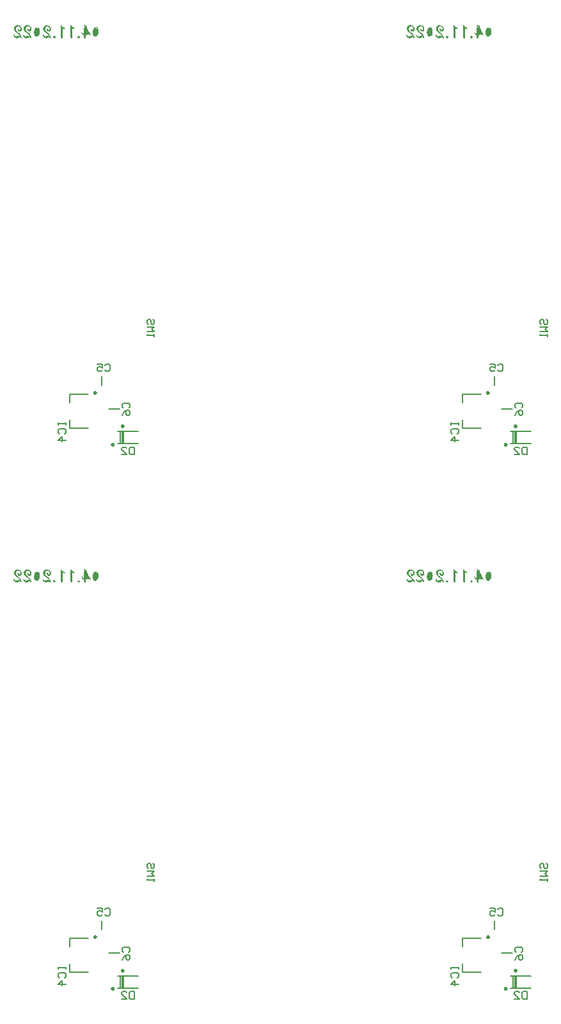
<source format=gbo>
%FSTAX25Y25*%
%MOIN*%
%SFA1B1*%

%IPPOS*%
%ADD47C,0.009840*%
%ADD49C,0.007870*%
%LNfabrication_panel-1*%
%LPD*%
G36*
X0351421Y053586D02*
X0351676Y053571D01*
X0351916Y0535591*
X0352096Y0535486*
X0352246Y0535411*
X0352366Y0535351*
X0352426Y0535321*
X0352456Y0535306*
X035259Y0534856*
X0352755Y0534406*
X03531Y0533537*
X035328Y0533132*
X0353475Y0532743*
X0353655Y0532368*
X0353835Y0532023*
X0354014Y0531693*
X0354179Y0531408*
X0354314Y0531153*
X0354449Y0530944*
X0354554Y0530779*
X0354629Y0530644*
X0354689Y0530569*
X0354704Y0530539*
X0354449Y0530344*
X0354269Y0530479*
X0354075Y0530584*
X0353895Y0530659*
X035373Y0530719*
X0353595Y0530749*
X035349Y0530764*
X0353385*
X035322Y0530749*
X035301Y0530719*
X035277Y0530674*
X0352545Y0530629*
X0352336Y0530569*
X0352171Y0530524*
X0352096Y0530509*
X0352051Y0530494*
X0352021Y0530479*
X0352006*
Y052874*
X0351016Y052916*
Y0530419*
X0350837Y0530479*
X0350672Y0530554*
X0350522Y0530644*
X0350387Y0530749*
X0350162Y0530974*
X0349982Y0531199*
X0349862Y0531423*
X0349787Y0531618*
X0349757Y0531693*
X0349742Y0531753*
X0349727Y0531783*
Y0531798*
X0350102Y0531933*
X0350177Y0531813*
X0350252Y0531708*
X0350402Y0531528*
X0350567Y0531408*
X0350702Y0531318*
X0350837Y0531274*
X0350927Y0531244*
X0350987Y0531228*
X0351016*
Y0534511*
X0351816Y0534172*
X0351736Y0534302*
X0351541Y0534691*
X0351361Y0535036*
X0351286Y0535201*
X0351211Y0535336*
X0351151Y0535471*
X0351107Y0535576*
X0351062Y0535666*
X0351046Y0535725*
X0351016Y0535771*
Y0535785*
X0351136Y0536025*
X0351421Y053586*
G37*
G36*
X0146697D02*
X0146952Y053571D01*
X0147192Y0535591*
X0147371Y0535486*
X0147521Y0535411*
X0147641Y0535351*
X0147701Y0535321*
X0147731Y0535306*
X0147866Y0534856*
X0148031Y0534406*
X0148376Y0533537*
X0148556Y0533132*
X014875Y0532743*
X014893Y0532368*
X014911Y0532023*
X014929Y0531693*
X0149455Y0531408*
X014959Y0531153*
X0149725Y0530944*
X014983Y0530779*
X0149905Y0530644*
X0149965Y0530569*
X014998Y0530539*
X0149725Y0530344*
X0149545Y0530479*
X014935Y0530584*
X014917Y0530659*
X0149005Y0530719*
X014887Y0530749*
X0148766Y0530764*
X0148661*
X0148496Y0530749*
X0148286Y0530719*
X0148046Y0530674*
X0147821Y0530629*
X0147611Y0530569*
X0147446Y0530524*
X0147371Y0530509*
X0147326Y0530494*
X0147296Y0530479*
X0147281*
Y052874*
X0146292Y052916*
Y0530419*
X0146112Y0530479*
X0145947Y0530554*
X0145797Y0530644*
X0145662Y0530749*
X0145438Y0530974*
X0145258Y0531199*
X0145138Y0531423*
X0145063Y0531618*
X0145033Y0531693*
X0145018Y0531753*
X0145003Y0531783*
Y0531798*
X0145378Y0531933*
X0145453Y0531813*
X0145528Y0531708*
X0145677Y0531528*
X0145842Y0531408*
X0145977Y0531318*
X0146112Y0531274*
X0146202Y0531244*
X0146262Y0531228*
X0146292*
Y0534511*
X0147091Y0534172*
X0147012Y0534302*
X0146817Y0534691*
X0146637Y0535036*
X0146562Y0535201*
X0146487Y0535336*
X0146427Y0535471*
X0146382Y0535576*
X0146337Y0535666*
X0146322Y0535725*
X0146292Y0535771*
Y0535785*
X0146412Y0536025*
X0146697Y053586*
G37*
G36*
X0344376Y0535666D02*
X0344511Y0535441D01*
X0344661Y0535246*
X0344826Y0535081*
X034499Y0534916*
X034517Y0534781*
X0345335Y0534661*
X03455Y0534541*
X034565Y0534451*
X03458Y0534376*
X034592Y0534302*
X034604Y0534257*
X034613Y0534211*
X0346205Y0534181*
X034625Y0534166*
X0346265*
X034607Y0533702*
X03458Y0533762*
X034556Y0533852*
X0345365Y0533942*
X03452Y0534017*
X034508Y0534107*
X0345005Y0534166*
X0344946Y0534211*
X0344931Y0534227*
Y0528845*
X0343941Y0529265*
Y0535741*
X0344241Y053589*
X0344376Y0535666*
G37*
G36*
X0139652D02*
X0139786Y0535441D01*
X0139936Y0535246*
X0140101Y0535081*
X0140266Y0534916*
X0140446Y0534781*
X0140611Y0534661*
X0140776Y0534541*
X0140926Y0534451*
X0141076Y0534376*
X0141195Y0534302*
X0141315Y0534257*
X0141405Y0534211*
X014148Y0534181*
X0141525Y0534166*
X014154*
X0141345Y0533702*
X0141076Y0533762*
X0140836Y0533852*
X0140641Y0533942*
X0140476Y0534017*
X0140356Y0534107*
X0140281Y0534166*
X0140221Y0534211*
X0140206Y0534227*
Y0528845*
X0139217Y0529265*
Y0535741*
X0139517Y053589*
X0139652Y0535666*
G37*
G36*
X0339309D02*
X0339444Y0535441D01*
X0339594Y0535246*
X0339759Y0535081*
X0339924Y0534916*
X0340104Y0534781*
X0340269Y0534661*
X0340434Y0534541*
X0340583Y0534451*
X0340733Y0534376*
X0340853Y0534302*
X0340973Y0534257*
X0341063Y0534211*
X0341138Y0534181*
X0341183Y0534166*
X0341198*
X0341003Y0533702*
X0340733Y0533762*
X0340493Y0533852*
X0340299Y0533942*
X0340134Y0534017*
X0340014Y0534107*
X0339939Y0534166*
X0339879Y0534211*
X0339864Y0534227*
Y0528845*
X0338875Y0529265*
Y0535741*
X0339174Y053589*
X0339309Y0535666*
G37*
G36*
X0134585D02*
X013472Y0535441D01*
X013487Y0535246*
X0135035Y0535081*
X0135199Y0534916*
X0135379Y0534781*
X0135544Y0534661*
X0135709Y0534541*
X0135859Y0534451*
X0136009Y0534376*
X0136129Y0534302*
X0136249Y0534257*
X0136339Y0534211*
X0136414Y0534181*
X0136459Y0534166*
X0136474*
X0136279Y0533702*
X0136009Y0533762*
X0135769Y0533852*
X0135574Y0533942*
X0135409Y0534017*
X013529Y0534107*
X0135214Y0534166*
X0135154Y0534211*
X013514Y0534227*
Y0528845*
X013415Y0529265*
Y0535741*
X013445Y053589*
X0134585Y0535666*
G37*
G36*
X0357897Y0534691D02*
X0358032Y0534496D01*
X0358182Y0534286*
X0358302Y0534047*
X0358422Y0533792*
X0358526Y0533507*
X0358601Y0533222*
X0358646Y0532892*
X0358661Y0532563*
Y0532548*
Y0532503*
Y0532443*
X0358646Y0532368*
Y0532263*
X0358631Y0532143*
X0358601Y0531858*
X0358526Y0531528*
X0358437Y0531199*
X0358317Y0530854*
X0358137Y0530539*
Y0530524*
X0358107Y0530509*
X0358047Y0530419*
X0357927Y0530284*
X0357777Y0530134*
X0357612Y0529984*
X0357402Y0529849*
X0357177Y052976*
X0357057Y0529744*
X0356938Y052973*
X0356908*
X0356848Y0529744*
X0356743Y052976*
X0356608Y0529804*
X0356458Y0529879*
X0356308Y0529984*
X0356143Y0530134*
X0355993Y0530344*
X0355978Y0530374*
X0355933Y0530464*
X0355873Y0530599*
X0355798Y0530794*
X0355723Y0531034*
X0355663Y0531318*
X0355618Y0531663*
X0355604Y0532038*
Y0532053*
Y0532083*
Y0532143*
Y0532218*
X0355618Y0532323*
Y0532428*
X0355663Y0532683*
X0355708Y0532967*
X0355783Y0533252*
X0355888Y0533552*
X0356038Y0533822*
Y0533837*
X0356053Y0533852*
X0356113Y0533927*
X0356203Y0534032*
X0356308Y0534166*
X0356458Y0534286*
X0356623Y0534391*
X0356803Y0534466*
X0356893Y0534496*
X0357028*
X0357132Y0534481*
X0357237Y0534421*
X0357297Y0534391*
X0357357Y0534331*
X0357372Y0534302*
X0357417Y0534227*
X0357477Y0534092*
X0357492Y0533897*
Y0533717*
X0357957Y0533657*
X035779Y053482*
X0357897Y0534691*
G37*
G36*
X0153173D02*
X0153307Y0534496D01*
X0153457Y0534286*
X0153577Y0534047*
X0153697Y0533792*
X0153802Y0533507*
X0153877Y0533222*
X0153922Y0532892*
X0153937Y0532563*
Y0532548*
Y0532503*
Y0532443*
X0153922Y0532368*
Y0532263*
X0153907Y0532143*
X0153877Y0531858*
X0153802Y0531528*
X0153712Y0531199*
X0153592Y0530854*
X0153412Y0530539*
Y0530524*
X0153382Y0530509*
X0153322Y0530419*
X0153202Y0530284*
X0153053Y0530134*
X0152888Y0529984*
X0152678Y0529849*
X0152453Y052976*
X0152333Y0529744*
X0152213Y052973*
X0152183*
X0152123Y0529744*
X0152018Y052976*
X0151883Y0529804*
X0151734Y0529879*
X0151584Y0529984*
X0151419Y0530134*
X0151269Y0530344*
X0151254Y0530374*
X0151209Y0530464*
X0151149Y0530599*
X0151074Y0530794*
X0150999Y0531034*
X0150939Y0531318*
X0150894Y0531663*
X0150879Y0532038*
Y0532053*
Y0532083*
Y0532143*
Y0532218*
X0150894Y0532323*
Y0532428*
X0150939Y0532683*
X0150984Y0532967*
X0151059Y0533252*
X0151164Y0533552*
X0151314Y0533822*
Y0533837*
X0151329Y0533852*
X0151389Y0533927*
X0151479Y0534032*
X0151584Y0534166*
X0151734Y0534286*
X0151898Y0534391*
X0152078Y0534466*
X0152168Y0534496*
X0152303*
X0152408Y0534481*
X0152513Y0534421*
X0152573Y0534391*
X0152633Y0534331*
X0152648Y0534302*
X0152693Y0534227*
X0152753Y0534092*
X0152768Y0533897*
Y0533717*
X0153233Y0533657*
X0153066Y053482*
X0153173Y0534691*
G37*
G36*
X0327347D02*
X0327482Y0534496D01*
X0327632Y0534286*
X0327752Y0534047*
X0327872Y0533792*
X0327977Y0533507*
X0328052Y0533222*
X0328097Y0532892*
X0328112Y0532563*
Y0532548*
Y0532503*
Y0532443*
X0328097Y0532368*
Y0532263*
X0328082Y0532143*
X0328052Y0531858*
X0327977Y0531528*
X0327887Y0531199*
X0327767Y0530854*
X0327587Y0530539*
Y0530524*
X0327557Y0530509*
X0327497Y0530419*
X0327377Y0530284*
X0327227Y0530134*
X0327063Y0529984*
X0326853Y0529849*
X0326628Y052976*
X0326508Y0529744*
X0326388Y052973*
X0326358*
X0326298Y0529744*
X0326193Y052976*
X0326058Y0529804*
X0325908Y0529879*
X0325758Y0529984*
X0325593Y0530134*
X0325444Y0530344*
X0325429Y0530374*
X0325384Y0530464*
X0325324Y0530599*
X0325249Y0530794*
X0325174Y0531034*
X0325114Y0531318*
X0325069Y0531663*
X0325054Y0532038*
Y0532053*
Y0532083*
Y0532143*
Y0532218*
X0325069Y0532323*
Y0532428*
X0325114Y0532683*
X0325159Y0532967*
X0325234Y0533252*
X0325339Y0533552*
X0325488Y0533822*
Y0533837*
X0325503Y0533852*
X0325564Y0533927*
X0325653Y0534032*
X0325758Y0534166*
X0325908Y0534286*
X0326073Y0534391*
X0326253Y0534466*
X0326343Y0534496*
X0326478*
X0326583Y0534481*
X0326688Y0534421*
X0326748Y0534391*
X0326808Y0534331*
X0326823Y0534301*
X0326868Y0534227*
X0326928Y0534092*
X0326943Y0533897*
Y0533717*
X0327407Y0533657*
X032724Y053482*
X0327347Y0534691*
G37*
G36*
X0122623D02*
X0122758Y0534496D01*
X0122908Y0534286*
X0123028Y0534047*
X0123148Y0533792*
X0123252Y0533507*
X0123327Y0533222*
X0123372Y0532892*
X0123387Y0532563*
Y0532548*
Y0532503*
Y0532443*
X0123372Y0532368*
Y0532263*
X0123357Y0532143*
X0123327Y0531858*
X0123252Y0531528*
X0123162Y0531199*
X0123043Y0530854*
X0122863Y0530539*
Y0530524*
X0122833Y0530509*
X0122773Y0530419*
X0122653Y0530284*
X0122503Y0530134*
X0122338Y0529984*
X0122128Y0529849*
X0121903Y052976*
X0121783Y0529744*
X0121663Y052973*
X0121634*
X0121574Y0529744*
X0121469Y052976*
X0121334Y0529804*
X0121184Y0529879*
X0121034Y0529984*
X0120869Y0530134*
X0120719Y0530344*
X0120704Y0530374*
X0120659Y0530464*
X0120599Y0530599*
X0120524Y0530794*
X0120449Y0531034*
X0120389Y0531318*
X0120344Y0531663*
X0120329Y0532038*
Y0532053*
Y0532083*
Y0532143*
Y0532218*
X0120344Y0532323*
Y0532428*
X0120389Y0532683*
X0120434Y0532967*
X0120509Y0533252*
X0120614Y0533552*
X0120764Y0533822*
Y0533837*
X0120779Y0533852*
X0120839Y0533927*
X0120929Y0534032*
X0121034Y0534166*
X0121184Y0534286*
X0121349Y0534391*
X0121529Y0534466*
X0121619Y0534496*
X0121754*
X0121858Y0534481*
X0121963Y0534421*
X0122023Y0534391*
X0122083Y0534331*
X0122098Y0534301*
X0122143Y0534227*
X0122203Y0534092*
X0122218Y0533897*
Y0533717*
X0122683Y0533657*
X0122516Y053482*
X0122623Y0534691*
G37*
G36*
X0332054Y0535666D02*
X0332354Y0535606D01*
X0332624Y0535501*
X0332849Y0535396*
X0333029Y0535291*
X0333163Y0535186*
X0333253Y0535126*
X0333283Y0535096*
X0333493Y0534871*
X0333643Y0534631*
X0333748Y0534391*
X0333823Y0534152*
X0333868Y0533957*
X0333883Y0533807*
X0333898Y0533747*
Y0533702*
Y0533672*
Y0533657*
X0333883Y0533447*
X0333853Y0533267*
X0333793Y0533117*
X0333733Y0532982*
X0333688Y0532877*
X0333628Y0532788*
X0333598Y0532743*
X0333583Y0532727*
X0333463Y0532608*
X0333328Y0532518*
X0333178Y0532458*
X0333059Y0532413*
X0332939Y0532383*
X0332849Y0532368*
X0332759*
X0332579Y0532383*
X0332429Y0532413*
X0332279Y0532458*
X0332174Y0532503*
X0332069Y0532548*
X0332009Y0532593*
X0331964Y0532623*
X0331949Y0532638*
X0331844Y0532758*
X0331769Y0532877*
X0331709Y0532997*
X0331679Y0533117*
X0331649Y0533222*
X0331634Y0533312*
Y0533372*
Y0533387*
Y0533492*
X0331664Y0533582*
X0331724Y0533762*
X0331754Y0533837*
X0331784Y0533897*
X0331799Y0533927*
X0331814Y0533942*
X0332159Y0533837*
Y0533627*
X0332189Y0533507*
X0332234Y0533417*
X0332279Y0533357*
X0332309Y0533327*
X0332429Y0533252*
X0332534Y0533207*
X0332624Y0533192*
X0332669*
X0332744Y0533207*
X0332819Y0533222*
X0332954Y0533297*
X0333029Y0533357*
X0333044Y0533372*
X0333059Y0533387*
X0333119Y0533462*
X0333148Y0533552*
X0333208Y0533732*
Y0533822*
X0333223Y0533882*
Y0533927*
Y0533942*
X0333208Y0534122*
X0333178Y0534271*
X0333119Y0534421*
X0333059Y0534526*
X0332998Y0534631*
X0332939Y0534691*
X0332909Y0534736*
X0332894Y0534751*
X0332759Y0534856*
X0332624Y0534931*
X0332489Y0534991*
X0332354Y0535021*
X0332249Y0535051*
X0332144Y0535066*
X0332069*
X0331889Y0535051*
X0331724Y0535006*
X0331575Y0534931*
X033144Y0534856*
X0331335Y0534766*
X033126Y0534706*
X0331215Y0534646*
X03312Y0534631*
X033108Y0534466*
X033099Y0534302*
X033093Y0534136*
X0330885Y0534002*
X0330855Y0533867*
X033084Y0533762*
Y0533702*
Y0533672*
X0330855Y0533522*
X033087Y0533387*
X0330915Y0533252*
X033096Y0533117*
X0331005Y0533012*
X0331035Y0532937*
X0331065Y0532877*
X033108Y0532862*
X0331185Y0532713*
X0331305Y0532563*
X0331425Y0532428*
X0331559Y0532308*
X0331679Y0532203*
X0331769Y0532128*
X0331829Y0532083*
X0331859Y0532068*
X0332084Y0531903*
X0332309Y0531723*
X0332519Y0531528*
X0332714Y0531333*
X0332894Y0531153*
X0333014Y0531019*
X0333073Y0530959*
X0333103Y0530914*
X0333119Y0530899*
X0333133Y0530884*
X0333253Y0530734*
X0333358Y0530569*
X0333523Y0530239*
X0333658Y0529924*
X0333733Y052961*
X0333793Y052934*
X0333808Y0529235*
X0333823Y052913*
Y052904*
X0333838Y052898*
Y052895*
Y0528935*
X0333403*
X0333358Y052913*
X0333283Y0529265*
X0333193Y052937*
X0333119Y052943*
X0333044Y0529475*
X0332969Y052949*
X0332924Y0529505*
X0332909*
X0332774Y052949*
X0332654Y052946*
X0332564Y052943*
X0332549Y0529415*
X0332534*
X0332339Y052925*
X0332144Y0529115*
X0331949Y0529025*
X0331769Y0528965*
X033162Y0528935*
X03315Y052892*
X0331425Y0528905*
X0331395*
X033117Y052892*
X0330945Y052898*
X033075Y0529055*
X0330585Y052913*
X0330435Y052922*
X0330315Y052928*
X0330255Y052934*
X0330225Y0529355*
X033003Y0529535*
X0329866Y0529744*
X0329746Y0529969*
X0329641Y0530179*
X0329566Y0530374*
X0329521Y0530539*
X0329506Y0530584*
Y0530629*
X0329491Y0530659*
Y0530674*
X0329896Y0530824*
X033Y0530614*
X0330105Y0530449*
X033018Y0530314*
X0330255Y0530209*
X0330315Y0530134*
X033036Y0530074*
X0330375Y0530059*
X033039Y0530044*
X0330555Y0529954*
X0330705Y0529909*
X033078*
X033084Y0529894*
X0330885*
X0330945Y0529909*
X0331035Y0529924*
X033126Y0529984*
X0331365Y0530014*
X0331455Y0530029*
X03315Y0530059*
X0331529*
X0331724Y0530119*
X0331904Y0530179*
X0332069Y0530209*
X0332189Y0530224*
X0332294Y0530239*
X0332384Y0530254*
X0332444*
X0332624Y0530239*
X0332759Y0530209*
X0332879Y0530164*
X0332969Y0530119*
X0333029Y0530074*
X0333073Y0530029*
X0333088Y0529999*
X0333103Y0529984*
X0333044Y0530119*
X0332954Y0530269*
X0332849Y0530419*
X0332714Y0530569*
X0332429Y0530854*
X0332129Y0531109*
X0331844Y0531348*
X0331709Y0531438*
X0331605Y0531528*
X03315Y0531603*
X0331425Y0531648*
X033138Y0531678*
X0331365Y0531693*
X033108Y0531888*
X033084Y0532083*
X0330615Y0532278*
X0330435Y0532473*
X0330285Y0532667*
X033015Y0532847*
X0330046Y0533027*
X0329956Y0533192*
X0329896Y0533342*
X0329851Y0533477*
X0329806Y0533612*
X0329791Y0533717*
X0329776Y0533792*
X0329761Y0533867*
Y0533897*
Y0533912*
X0329791Y0534181*
X0329851Y0534421*
X0329941Y0534631*
X0330046Y0534811*
X0330165Y0534961*
X0330255Y0535081*
X0330315Y0535141*
X0330345Y0535171*
X033057Y0535351*
X033081Y0535471*
X0331035Y0535561*
X033126Y0535636*
X033144Y0535666*
X033159Y053568*
X0331649Y0535696*
X0331724*
X0332054Y0535666*
G37*
G36*
X012733D02*
X012763Y0535606D01*
X0127899Y0535501*
X0128124Y0535396*
X0128304Y0535291*
X0128439Y0535186*
X0128529Y0535126*
X0128559Y0535096*
X0128769Y0534871*
X0128919Y0534631*
X0129024Y0534391*
X0129099Y0534152*
X0129144Y0533957*
X0129158Y0533807*
X0129174Y0533747*
Y0533702*
Y0533672*
Y0533657*
X0129158Y0533447*
X0129129Y0533267*
X0129069Y0533117*
X0129009Y0532982*
X0128964Y0532877*
X0128904Y0532788*
X0128874Y0532743*
X0128859Y0532727*
X0128739Y0532608*
X0128604Y0532518*
X0128454Y0532458*
X0128334Y0532413*
X0128214Y0532383*
X0128124Y0532368*
X0128034*
X0127854Y0532383*
X0127705Y0532413*
X0127555Y0532458*
X012745Y0532503*
X0127345Y0532548*
X0127285Y0532593*
X012724Y0532623*
X0127225Y0532638*
X012712Y0532758*
X0127045Y0532877*
X0126985Y0532997*
X0126955Y0533117*
X0126925Y0533222*
X012691Y0533312*
Y0533372*
Y0533387*
Y0533492*
X012694Y0533582*
X0127Y0533762*
X012703Y0533837*
X012706Y0533897*
X0127075Y0533927*
X012709Y0533942*
X0127435Y0533837*
Y0533627*
X0127465Y0533507*
X012751Y0533417*
X0127555Y0533357*
X0127585Y0533327*
X0127705Y0533252*
X0127809Y0533207*
X0127899Y0533192*
X0127944*
X0128019Y0533207*
X0128094Y0533222*
X0128229Y0533297*
X0128304Y0533357*
X0128319Y0533372*
X0128334Y0533387*
X0128394Y0533462*
X0128424Y0533552*
X0128484Y0533732*
Y0533822*
X0128499Y0533882*
Y0533927*
Y0533942*
X0128484Y0534122*
X0128454Y0534271*
X0128394Y0534421*
X0128334Y0534526*
X0128274Y0534631*
X0128214Y0534691*
X0128184Y0534736*
X0128169Y0534751*
X0128034Y0534856*
X0127899Y0534931*
X0127764Y0534991*
X012763Y0535021*
X0127525Y0535051*
X012742Y0535066*
X0127345*
X0127165Y0535051*
X0127Y0535006*
X012685Y0534931*
X0126715Y0534856*
X012661Y0534766*
X0126535Y0534706*
X012649Y0534646*
X0126475Y0534631*
X0126355Y0534466*
X0126266Y0534302*
X0126206Y0534136*
X0126161Y0534002*
X0126131Y0533867*
X0126116Y0533762*
Y0533702*
Y0533672*
X0126131Y0533522*
X0126146Y0533387*
X012619Y0533252*
X0126235Y0533117*
X012628Y0533012*
X012631Y0532937*
X012634Y0532877*
X0126355Y0532862*
X012646Y0532713*
X012658Y0532563*
X01267Y0532428*
X0126835Y0532308*
X0126955Y0532203*
X0127045Y0532128*
X0127105Y0532083*
X0127135Y0532068*
X012736Y0531903*
X0127585Y0531723*
X0127795Y0531528*
X0127989Y0531333*
X0128169Y0531153*
X0128289Y0531019*
X0128349Y0530959*
X0128379Y0530914*
X0128394Y0530899*
X0128409Y0530884*
X0128529Y0530734*
X0128634Y0530569*
X0128799Y0530239*
X0128934Y0529924*
X0129009Y052961*
X0129069Y052934*
X0129084Y0529235*
X0129099Y052913*
Y052904*
X0129114Y052898*
Y052895*
Y0528935*
X0128679*
X0128634Y052913*
X0128559Y0529265*
X0128469Y052937*
X0128394Y052943*
X0128319Y0529475*
X0128244Y052949*
X0128199Y0529505*
X0128184*
X0128049Y052949*
X0127929Y052946*
X0127839Y052943*
X0127824Y0529415*
X0127809*
X0127615Y052925*
X012742Y0529115*
X0127225Y0529025*
X0127045Y0528965*
X0126895Y0528935*
X0126775Y052892*
X01267Y0528905*
X012667*
X0126445Y052892*
X0126221Y052898*
X0126026Y0529055*
X0125861Y052913*
X0125711Y052922*
X0125591Y052928*
X0125531Y052934*
X0125501Y0529355*
X0125306Y0529535*
X0125141Y0529744*
X0125021Y0529969*
X0124916Y0530179*
X0124841Y0530374*
X0124796Y0530539*
X0124782Y0530584*
Y0530629*
X0124767Y0530659*
Y0530674*
X0125171Y0530824*
X0125276Y0530614*
X0125381Y0530449*
X0125456Y0530314*
X0125531Y0530209*
X0125591Y0530134*
X0125636Y0530074*
X0125651Y0530059*
X0125666Y0530044*
X0125831Y0529954*
X0125981Y0529909*
X0126056*
X0126116Y0529894*
X0126161*
X0126221Y0529909*
X012631Y0529924*
X0126535Y0529984*
X012664Y0530014*
X012673Y0530029*
X0126775Y0530059*
X0126805*
X0127Y0530119*
X012718Y0530179*
X0127345Y0530209*
X0127465Y0530224*
X012757Y0530239*
X0127659Y0530254*
X0127719*
X0127899Y0530239*
X0128034Y0530209*
X0128154Y0530164*
X0128244Y0530119*
X0128304Y0530074*
X0128349Y0530029*
X0128364Y0529999*
X0128379Y0529984*
X0128319Y0530119*
X0128229Y0530269*
X0128124Y0530419*
X0127989Y0530569*
X0127705Y0530854*
X0127405Y0531109*
X012712Y0531348*
X0126985Y0531438*
X012688Y0531528*
X0126775Y0531603*
X01267Y0531648*
X0126655Y0531678*
X012664Y0531693*
X0126355Y0531888*
X0126116Y0532083*
X0125891Y0532278*
X0125711Y0532473*
X0125561Y0532667*
X0125426Y0532847*
X0125321Y0533027*
X0125231Y0533192*
X0125171Y0533342*
X0125126Y0533477*
X0125081Y0533612*
X0125066Y0533717*
X0125051Y0533792*
X0125036Y0533867*
Y0533897*
Y0533912*
X0125066Y0534181*
X0125126Y0534421*
X0125216Y0534631*
X0125321Y0534811*
X0125441Y0534961*
X0125531Y0535081*
X0125591Y0535141*
X0125621Y0535171*
X0125846Y0535351*
X0126086Y0535471*
X012631Y0535561*
X0126535Y0535636*
X0126715Y0535666*
X0126865Y053568*
X0126925Y0535696*
X0127*
X012733Y0535666*
G37*
G36*
X0321921D02*
X0322221Y0535606D01*
X0322491Y0535501*
X0322715Y0535396*
X0322895Y0535291*
X032303Y0535186*
X032312Y0535126*
X032315Y0535096*
X032336Y0534871*
X032351Y0534631*
X0323615Y0534391*
X032369Y0534152*
X0323735Y0533957*
X032375Y0533807*
X0323765Y0533747*
Y0533702*
Y0533672*
Y0533657*
X032375Y0533447*
X032372Y0533267*
X032366Y0533117*
X03236Y0532982*
X0323555Y0532877*
X0323495Y0532787*
X0323465Y0532743*
X032345Y0532727*
X032333Y0532608*
X0323195Y0532518*
X0323045Y0532458*
X0322925Y0532413*
X0322805Y0532383*
X0322715Y0532368*
X0322625*
X0322446Y0532383*
X0322296Y0532413*
X0322146Y0532458*
X0322041Y0532503*
X0321936Y0532548*
X0321876Y0532593*
X0321831Y0532623*
X0321816Y0532638*
X0321711Y0532758*
X0321636Y0532877*
X0321576Y0532997*
X0321546Y0533117*
X0321516Y0533222*
X0321501Y0533312*
Y0533372*
Y0533387*
Y0533492*
X0321531Y0533582*
X0321591Y0533762*
X0321621Y0533837*
X0321651Y0533897*
X0321666Y0533927*
X0321681Y0533942*
X0322026Y0533837*
Y0533627*
X0322056Y0533507*
X0322101Y0533417*
X0322146Y0533357*
X0322176Y0533327*
X0322296Y0533252*
X0322401Y0533207*
X0322491Y0533192*
X0322535*
X032261Y0533207*
X0322685Y0533222*
X032282Y0533297*
X0322895Y0533357*
X032291Y0533372*
X0322925Y0533387*
X0322985Y0533462*
X0323015Y0533552*
X0323075Y0533732*
Y0533822*
X032309Y0533882*
Y0533927*
Y0533942*
X0323075Y0534122*
X0323045Y0534271*
X0322985Y0534421*
X0322925Y0534526*
X0322865Y0534631*
X0322805Y0534691*
X0322775Y0534736*
X032276Y0534751*
X0322625Y0534856*
X0322491Y0534931*
X0322356Y0534991*
X0322221Y0535021*
X0322116Y0535051*
X0322011Y0535066*
X0321936*
X0321756Y0535051*
X0321591Y0535006*
X0321441Y0534931*
X0321306Y0534856*
X0321201Y0534766*
X0321127Y0534706*
X0321081Y0534646*
X0321066Y0534631*
X0320947Y0534466*
X0320857Y0534301*
X0320797Y0534136*
X0320752Y0534002*
X0320722Y0533867*
X0320707Y0533762*
Y0533702*
Y0533672*
X0320722Y0533522*
X0320737Y0533387*
X0320782Y0533252*
X0320827Y0533117*
X0320872Y0533012*
X0320902Y0532937*
X0320932Y0532877*
X0320947Y0532862*
X0321052Y0532713*
X0321171Y0532563*
X0321291Y0532428*
X0321426Y0532308*
X0321546Y0532203*
X0321636Y0532128*
X0321696Y0532083*
X0321726Y0532068*
X0321951Y0531903*
X0322176Y0531723*
X0322386Y0531528*
X0322581Y0531333*
X032276Y0531153*
X032288Y0531019*
X032294Y0530959*
X032297Y0530914*
X0322985Y0530899*
X0323Y0530884*
X032312Y0530734*
X0323225Y0530569*
X032339Y0530239*
X0323525Y0529924*
X03236Y052961*
X032366Y052934*
X0323675Y0529235*
X032369Y052913*
Y052904*
X0323705Y052898*
Y052895*
Y0528935*
X032327*
X0323225Y052913*
X032315Y0529265*
X032306Y052937*
X0322985Y052943*
X032291Y0529475*
X0322835Y052949*
X032279Y0529505*
X0322775*
X032264Y052949*
X032252Y052946*
X0322431Y052943*
X0322416Y0529415*
X0322401*
X0322206Y052925*
X0322011Y0529115*
X0321816Y0529025*
X0321636Y0528965*
X0321486Y0528935*
X0321366Y052892*
X0321291Y0528905*
X0321261*
X0321037Y052892*
X0320812Y052898*
X0320617Y0529055*
X0320452Y052913*
X0320302Y052922*
X0320182Y052928*
X0320122Y052934*
X0320092Y0529355*
X0319897Y0529535*
X0319732Y0529744*
X0319613Y0529969*
X0319508Y0530179*
X0319433Y0530374*
X0319388Y0530539*
X0319373Y0530584*
Y0530629*
X0319358Y0530659*
Y0530674*
X0319762Y0530824*
X0319867Y0530614*
X0319972Y0530449*
X0320047Y0530314*
X0320122Y0530209*
X0320182Y0530134*
X0320227Y0530074*
X0320242Y0530059*
X0320257Y0530044*
X0320422Y0529954*
X0320572Y0529909*
X0320647*
X0320707Y0529894*
X0320752*
X0320812Y0529909*
X0320902Y0529924*
X0321127Y0529984*
X0321231Y0530014*
X0321321Y0530029*
X0321366Y0530059*
X0321396*
X0321591Y0530119*
X0321771Y0530179*
X0321936Y0530209*
X0322056Y0530224*
X0322161Y0530239*
X0322251Y0530254*
X0322311*
X0322491Y0530239*
X0322625Y0530209*
X0322745Y0530164*
X0322835Y0530119*
X0322895Y0530074*
X032294Y0530029*
X0322955Y0529999*
X032297Y0529984*
X032291Y0530119*
X032282Y0530269*
X0322715Y0530419*
X0322581Y0530569*
X0322296Y0530854*
X0321996Y0531109*
X0321711Y0531348*
X0321576Y0531438*
X0321471Y0531528*
X0321366Y0531603*
X0321291Y0531648*
X0321246Y0531678*
X0321231Y0531693*
X0320947Y0531888*
X0320707Y0532083*
X0320482Y0532278*
X0320302Y0532473*
X0320152Y0532667*
X0320017Y0532847*
X0319912Y0533027*
X0319822Y0533192*
X0319762Y0533342*
X0319717Y0533477*
X0319672Y0533612*
X0319657Y0533717*
X0319642Y0533792*
X0319627Y0533867*
Y0533897*
Y0533912*
X0319657Y0534181*
X0319717Y0534421*
X0319807Y0534631*
X0319912Y0534811*
X0320032Y0534961*
X0320122Y0535081*
X0320182Y0535141*
X0320212Y0535171*
X0320437Y0535351*
X0320677Y0535471*
X0320902Y0535561*
X0321127Y0535636*
X0321306Y0535666*
X0321456Y053568*
X0321516Y0535696*
X0321591*
X0321921Y0535666*
G37*
G36*
X0117197D02*
X0117496Y0535606D01*
X0117766Y0535501*
X0117991Y0535396*
X0118171Y0535291*
X0118306Y0535186*
X0118396Y0535126*
X0118426Y0535096*
X0118636Y0534871*
X0118786Y0534631*
X011889Y0534391*
X0118965Y0534152*
X011901Y0533957*
X0119025Y0533807*
X011904Y0533747*
Y0533702*
Y0533672*
Y0533657*
X0119025Y0533447*
X0118995Y0533267*
X0118935Y0533117*
X0118875Y0532982*
X011883Y0532877*
X0118771Y0532787*
X011874Y0532743*
X0118726Y0532727*
X0118606Y0532608*
X0118471Y0532518*
X0118321Y0532458*
X0118201Y0532413*
X0118081Y0532383*
X0117991Y0532368*
X0117901*
X0117721Y0532383*
X0117571Y0532413*
X0117421Y0532458*
X0117316Y0532503*
X0117211Y0532548*
X0117151Y0532593*
X0117107Y0532623*
X0117092Y0532638*
X0116987Y0532758*
X0116912Y0532877*
X0116852Y0532997*
X0116822Y0533117*
X0116792Y0533222*
X0116777Y0533312*
Y0533372*
Y0533387*
Y0533492*
X0116807Y0533582*
X0116867Y0533762*
X0116897Y0533837*
X0116927Y0533897*
X0116942Y0533927*
X0116957Y0533942*
X0117301Y0533837*
Y0533627*
X0117331Y0533507*
X0117376Y0533417*
X0117421Y0533357*
X0117451Y0533327*
X0117571Y0533252*
X0117676Y0533207*
X0117766Y0533192*
X0117811*
X0117886Y0533207*
X0117961Y0533222*
X0118096Y0533297*
X0118171Y0533357*
X0118186Y0533372*
X0118201Y0533387*
X0118261Y0533462*
X0118291Y0533552*
X0118351Y0533732*
Y0533822*
X0118366Y0533882*
Y0533927*
Y0533942*
X0118351Y0534122*
X0118321Y0534271*
X0118261Y0534421*
X0118201Y0534526*
X0118141Y0534631*
X0118081Y0534691*
X0118051Y0534736*
X0118036Y0534751*
X0117901Y0534856*
X0117766Y0534931*
X0117631Y0534991*
X0117496Y0535021*
X0117391Y0535051*
X0117287Y0535066*
X0117211*
X0117032Y0535051*
X0116867Y0535006*
X0116717Y0534931*
X0116582Y0534856*
X0116477Y0534766*
X0116402Y0534706*
X0116357Y0534646*
X0116342Y0534631*
X0116222Y0534466*
X0116132Y0534301*
X0116072Y0534136*
X0116027Y0534002*
X0115997Y0533867*
X0115982Y0533762*
Y0533702*
Y0533672*
X0115997Y0533522*
X0116012Y0533387*
X0116057Y0533252*
X0116102Y0533117*
X0116147Y0533012*
X0116177Y0532937*
X0116207Y0532877*
X0116222Y0532862*
X0116327Y0532713*
X0116447Y0532563*
X0116567Y0532428*
X0116702Y0532308*
X0116822Y0532203*
X0116912Y0532128*
X0116972Y0532083*
X0117002Y0532068*
X0117227Y0531903*
X0117451Y0531723*
X0117661Y0531528*
X0117856Y0531333*
X0118036Y0531153*
X0118156Y0531019*
X0118216Y0530959*
X0118246Y0530914*
X0118261Y0530899*
X0118276Y0530884*
X0118396Y0530734*
X0118501Y0530569*
X0118666Y0530239*
X01188Y0529924*
X0118875Y052961*
X0118935Y052934*
X011895Y0529235*
X0118965Y052913*
Y052904*
X011898Y052898*
Y052895*
Y0528935*
X0118546*
X0118501Y052913*
X0118426Y0529265*
X0118336Y052937*
X0118261Y052943*
X0118186Y0529475*
X0118111Y052949*
X0118066Y0529505*
X0118051*
X0117916Y052949*
X0117796Y052946*
X0117706Y052943*
X0117691Y0529415*
X0117676*
X0117481Y052925*
X0117287Y0529115*
X0117092Y0529025*
X0116912Y0528965*
X0116762Y0528935*
X0116642Y052892*
X0116567Y0528905*
X0116537*
X0116312Y052892*
X0116087Y052898*
X0115892Y0529055*
X0115727Y052913*
X0115578Y052922*
X0115458Y052928*
X0115398Y052934*
X0115368Y0529355*
X0115173Y0529535*
X0115008Y0529744*
X0114888Y0529969*
X0114783Y0530179*
X0114708Y0530374*
X0114663Y0530539*
X0114648Y0530584*
Y0530629*
X0114633Y0530659*
Y0530674*
X0115038Y0530824*
X0115143Y0530614*
X0115248Y0530449*
X0115323Y0530314*
X0115398Y0530209*
X0115458Y0530134*
X0115503Y0530074*
X0115518Y0530059*
X0115533Y0530044*
X0115698Y0529954*
X0115847Y0529909*
X0115922*
X0115982Y0529894*
X0116027*
X0116087Y0529909*
X0116177Y0529924*
X0116402Y0529984*
X0116507Y0530014*
X0116597Y0530029*
X0116642Y0530059*
X0116672*
X0116867Y0530119*
X0117047Y0530179*
X0117211Y0530209*
X0117331Y0530224*
X0117436Y0530239*
X0117526Y0530254*
X0117586*
X0117766Y0530239*
X0117901Y0530209*
X0118021Y0530164*
X0118111Y0530119*
X0118171Y0530074*
X0118216Y0530029*
X0118231Y0529999*
X0118246Y0529984*
X0118186Y0530119*
X0118096Y0530269*
X0117991Y0530419*
X0117856Y0530569*
X0117571Y0530854*
X0117271Y0531109*
X0116987Y0531348*
X0116852Y0531438*
X0116747Y0531528*
X0116642Y0531603*
X0116567Y0531648*
X0116522Y0531678*
X0116507Y0531693*
X0116222Y0531888*
X0115982Y0532083*
X0115758Y0532278*
X0115578Y0532473*
X0115428Y0532667*
X0115293Y0532847*
X0115188Y0533027*
X0115098Y0533192*
X0115038Y0533342*
X0114993Y0533477*
X0114948Y0533612*
X0114933Y0533717*
X0114918Y0533792*
X0114903Y0533867*
Y0533897*
Y0533912*
X0114933Y0534181*
X0114993Y0534421*
X0115083Y0534631*
X0115188Y0534811*
X0115308Y0534961*
X0115398Y0535081*
X0115458Y0535141*
X0115488Y0535171*
X0115712Y0535351*
X0115952Y0535471*
X0116177Y0535561*
X0116402Y0535636*
X0116582Y0535666*
X0116732Y053568*
X0116792Y0535696*
X0116867*
X0117197Y0535666*
G37*
G36*
X0316854D02*
X0317154Y0535606D01*
X0317424Y0535501*
X0317649Y0535396*
X0317829Y0535291*
X0317964Y0535186*
X0318054Y0535126*
X0318084Y0535096*
X0318293Y0534871*
X0318443Y0534631*
X0318548Y0534391*
X0318623Y0534152*
X0318668Y0533957*
X0318683Y0533807*
X0318698Y0533747*
Y0533702*
Y0533672*
Y0533657*
X0318683Y0533447*
X0318653Y0533267*
X0318593Y0533117*
X0318533Y0532982*
X0318488Y0532877*
X0318428Y0532787*
X0318398Y0532743*
X0318383Y0532727*
X0318263Y0532608*
X0318128Y0532518*
X0317979Y0532458*
X0317859Y0532413*
X0317739Y0532383*
X0317649Y0532368*
X0317559*
X0317379Y0532383*
X0317229Y0532413*
X0317079Y0532458*
X0316974Y0532503*
X0316869Y0532548*
X0316809Y0532593*
X0316764Y0532623*
X0316749Y0532638*
X0316645Y0532758*
X0316569Y0532877*
X031651Y0532997*
X031648Y0533117*
X031645Y0533222*
X0316435Y0533312*
Y0533372*
Y0533387*
Y0533492*
X0316465Y0533582*
X0316525Y0533762*
X0316554Y0533837*
X0316584Y0533897*
X0316599Y0533927*
X0316615Y0533942*
X0316959Y0533837*
Y0533627*
X0316989Y0533507*
X0317034Y0533417*
X0317079Y0533357*
X0317109Y0533327*
X0317229Y0533252*
X0317334Y0533207*
X0317424Y0533192*
X0317469*
X0317544Y0533207*
X0317619Y0533222*
X0317754Y0533297*
X0317829Y0533357*
X0317844Y0533372*
X0317859Y0533387*
X0317919Y0533462*
X0317949Y0533552*
X0318008Y0533732*
Y0533822*
X0318023Y0533882*
Y0533927*
Y0533942*
X0318008Y0534122*
X0317979Y0534271*
X0317919Y0534421*
X0317859Y0534526*
X0317799Y0534631*
X0317739Y0534691*
X0317709Y0534736*
X0317694Y0534751*
X0317559Y0534856*
X0317424Y0534931*
X0317289Y0534991*
X0317154Y0535021*
X0317049Y0535051*
X0316944Y0535066*
X0316869*
X0316689Y0535051*
X0316525Y0535006*
X0316375Y0534931*
X031624Y0534856*
X0316135Y0534766*
X031606Y0534706*
X0316015Y0534646*
X0316Y0534631*
X031588Y0534466*
X031579Y0534301*
X031573Y0534136*
X0315685Y0534002*
X0315655Y0533867*
X031564Y0533762*
Y0533702*
Y0533672*
X0315655Y0533522*
X031567Y0533387*
X0315715Y0533252*
X031576Y0533117*
X0315805Y0533012*
X0315835Y0532937*
X0315865Y0532877*
X031588Y0532862*
X0315985Y0532713*
X0316105Y0532563*
X0316225Y0532428*
X031636Y0532308*
X031648Y0532203*
X0316569Y0532128*
X031663Y0532083*
X0316659Y0532068*
X0316884Y0531903*
X0317109Y0531723*
X0317319Y0531528*
X0317514Y0531333*
X0317694Y0531153*
X0317814Y0531019*
X0317874Y0530959*
X0317904Y0530914*
X0317919Y0530899*
X0317934Y0530884*
X0318054Y0530734*
X0318158Y0530569*
X0318323Y0530239*
X0318458Y0529924*
X0318533Y052961*
X0318593Y052934*
X0318608Y0529235*
X0318623Y052913*
Y052904*
X0318638Y052898*
Y052895*
Y0528935*
X0318203*
X0318158Y052913*
X0318084Y0529265*
X0317994Y052937*
X0317919Y052943*
X0317844Y0529475*
X0317769Y052949*
X0317724Y0529505*
X0317709*
X0317574Y052949*
X0317454Y052946*
X0317364Y052943*
X0317349Y0529415*
X0317334*
X0317139Y052925*
X0316944Y0529115*
X0316749Y0529025*
X0316569Y0528965*
X031642Y0528935*
X03163Y052892*
X0316225Y0528905*
X0316195*
X031597Y052892*
X0315745Y052898*
X031555Y0529055*
X0315385Y052913*
X0315235Y052922*
X0315115Y052928*
X0315055Y052934*
X0315025Y0529355*
X0314831Y0529535*
X0314666Y0529744*
X0314546Y0529969*
X0314441Y0530179*
X0314366Y0530374*
X0314321Y0530539*
X0314306Y0530584*
Y0530629*
X0314291Y0530659*
Y0530674*
X0314696Y0530824*
X0314801Y0530614*
X0314906Y0530449*
X0314981Y0530314*
X0315055Y0530209*
X0315115Y0530134*
X031516Y0530074*
X0315175Y0530059*
X031519Y0530044*
X0315355Y0529954*
X0315505Y0529909*
X031558*
X031564Y0529894*
X0315685*
X0315745Y0529909*
X0315835Y0529924*
X031606Y0529984*
X0316165Y0530014*
X0316255Y0530029*
X03163Y0530059*
X031633*
X0316525Y0530119*
X0316704Y0530179*
X0316869Y0530209*
X0316989Y0530224*
X0317094Y0530239*
X0317184Y0530254*
X0317244*
X0317424Y0530239*
X0317559Y0530209*
X0317679Y0530164*
X0317769Y0530119*
X0317829Y0530074*
X0317874Y0530029*
X0317889Y0529999*
X0317904Y0529984*
X0317844Y0530119*
X0317754Y0530269*
X0317649Y0530419*
X0317514Y0530569*
X0317229Y0530854*
X0316929Y0531109*
X0316645Y0531348*
X031651Y0531438*
X0316405Y0531528*
X03163Y0531603*
X0316225Y0531648*
X031618Y0531678*
X0316165Y0531693*
X031588Y0531888*
X031564Y0532083*
X0315415Y0532278*
X0315235Y0532473*
X0315086Y0532667*
X0314951Y0532847*
X0314846Y0533027*
X0314756Y0533192*
X0314696Y0533342*
X0314651Y0533477*
X0314606Y0533612*
X0314591Y0533717*
X0314576Y0533792*
X0314561Y0533867*
Y0533897*
Y0533912*
X0314591Y0534181*
X0314651Y0534421*
X0314741Y0534631*
X0314846Y0534811*
X0314966Y0534961*
X0315055Y0535081*
X0315115Y0535141*
X0315145Y0535171*
X031537Y0535351*
X031561Y0535471*
X0315835Y0535561*
X031606Y0535636*
X031624Y0535666*
X031639Y053568*
X031645Y0535696*
X0316525*
X0316854Y0535666*
G37*
G36*
X011213D02*
X011243Y0535606D01*
X0112699Y0535501*
X0112924Y0535396*
X0113104Y0535291*
X0113239Y0535186*
X0113329Y0535126*
X0113359Y0535096*
X0113569Y0534871*
X0113719Y0534631*
X0113824Y0534391*
X0113899Y0534152*
X0113944Y0533957*
X0113959Y0533807*
X0113974Y0533747*
Y0533702*
Y0533672*
Y0533657*
X0113959Y0533447*
X0113929Y0533267*
X0113869Y0533117*
X0113809Y0532982*
X0113764Y0532877*
X0113704Y0532787*
X0113674Y0532743*
X0113659Y0532727*
X0113539Y0532608*
X0113404Y0532518*
X0113254Y0532458*
X0113134Y0532413*
X0113014Y0532383*
X0112924Y0532368*
X0112834*
X0112654Y0532383*
X0112505Y0532413*
X0112355Y0532458*
X011225Y0532503*
X0112145Y0532548*
X0112085Y0532593*
X011204Y0532623*
X0112025Y0532638*
X011192Y0532758*
X0111845Y0532877*
X0111785Y0532997*
X0111755Y0533117*
X0111725Y0533222*
X011171Y0533312*
Y0533372*
Y0533387*
Y0533492*
X011174Y0533582*
X01118Y0533762*
X011183Y0533837*
X011186Y0533897*
X0111875Y0533927*
X011189Y0533942*
X0112235Y0533837*
Y0533627*
X0112265Y0533507*
X011231Y0533417*
X0112355Y0533357*
X0112385Y0533327*
X0112505Y0533252*
X011261Y0533207*
X0112699Y0533192*
X0112744*
X0112819Y0533207*
X0112894Y0533222*
X0113029Y0533297*
X0113104Y0533357*
X0113119Y0533372*
X0113134Y0533387*
X0113194Y0533462*
X0113224Y0533552*
X0113284Y0533732*
Y0533822*
X0113299Y0533882*
Y0533927*
Y0533942*
X0113284Y0534122*
X0113254Y0534271*
X0113194Y0534421*
X0113134Y0534526*
X0113074Y0534631*
X0113014Y0534691*
X0112984Y0534736*
X0112969Y0534751*
X0112834Y0534856*
X0112699Y0534931*
X0112565Y0534991*
X011243Y0535021*
X0112325Y0535051*
X011222Y0535066*
X0112145*
X0111965Y0535051*
X01118Y0535006*
X011165Y0534931*
X0111515Y0534856*
X011141Y0534766*
X0111335Y0534706*
X0111291Y0534646*
X0111275Y0534631*
X0111155Y0534466*
X0111066Y0534301*
X0111006Y0534136*
X0110961Y0534002*
X0110931Y0533867*
X0110916Y0533762*
Y0533702*
Y0533672*
X0110931Y0533522*
X0110946Y0533387*
X0110991Y0533252*
X0111036Y0533117*
X0111081Y0533012*
X0111111Y0532937*
X0111141Y0532877*
X0111155Y0532862*
X011126Y0532713*
X011138Y0532563*
X01115Y0532428*
X0111635Y0532308*
X0111755Y0532203*
X0111845Y0532128*
X0111905Y0532083*
X0111935Y0532068*
X011216Y0531903*
X0112385Y0531723*
X0112595Y0531528*
X0112789Y0531333*
X0112969Y0531153*
X0113089Y0531019*
X0113149Y0530959*
X0113179Y0530914*
X0113194Y0530899*
X0113209Y0530884*
X0113329Y0530734*
X0113434Y0530569*
X0113599Y0530239*
X0113734Y0529924*
X0113809Y052961*
X0113869Y052934*
X0113884Y0529235*
X0113899Y052913*
Y052904*
X0113914Y052898*
Y052895*
Y0528935*
X0113479*
X0113434Y052913*
X0113359Y0529265*
X0113269Y052937*
X0113194Y052943*
X0113119Y0529475*
X0113044Y052949*
X0112999Y0529505*
X0112984*
X0112849Y052949*
X011273Y052946*
X011264Y052943*
X0112625Y0529415*
X011261*
X0112415Y052925*
X011222Y0529115*
X0112025Y0529025*
X0111845Y0528965*
X0111695Y0528935*
X0111575Y052892*
X01115Y0528905*
X011147*
X0111246Y052892*
X0111021Y052898*
X0110826Y0529055*
X0110661Y052913*
X0110511Y052922*
X0110391Y052928*
X0110331Y052934*
X0110301Y0529355*
X0110106Y0529535*
X0109941Y0529744*
X0109821Y0529969*
X0109716Y0530179*
X0109642Y0530374*
X0109597Y0530539*
X0109582Y0530584*
Y0530629*
X0109567Y0530659*
Y0530674*
X0109971Y0530824*
X0110076Y0530614*
X0110181Y0530449*
X0110256Y0530314*
X0110331Y0530209*
X0110391Y0530134*
X0110436Y0530074*
X0110451Y0530059*
X0110466Y0530044*
X0110631Y0529954*
X0110781Y0529909*
X0110856*
X0110916Y0529894*
X0110961*
X0111021Y0529909*
X0111111Y0529924*
X0111335Y0529984*
X011144Y0530014*
X011153Y0530029*
X0111575Y0530059*
X0111605*
X01118Y0530119*
X011198Y0530179*
X0112145Y0530209*
X0112265Y0530224*
X011237Y0530239*
X011246Y0530254*
X011252*
X0112699Y0530239*
X0112834Y0530209*
X0112954Y0530164*
X0113044Y0530119*
X0113104Y0530074*
X0113149Y0530029*
X0113164Y0529999*
X0113179Y0529984*
X0113119Y0530119*
X0113029Y0530269*
X0112924Y0530419*
X0112789Y0530569*
X0112505Y0530854*
X0112205Y0531109*
X011192Y0531348*
X0111785Y0531438*
X011168Y0531528*
X0111575Y0531603*
X01115Y0531648*
X0111455Y0531678*
X011144Y0531693*
X0111155Y0531888*
X0110916Y0532083*
X0110691Y0532278*
X0110511Y0532473*
X0110361Y0532667*
X0110226Y0532847*
X0110121Y0533027*
X0110031Y0533192*
X0109971Y0533342*
X0109926Y0533477*
X0109881Y0533612*
X0109866Y0533717*
X0109851Y0533792*
X0109836Y0533867*
Y0533897*
Y0533912*
X0109866Y0534181*
X0109926Y0534421*
X0110016Y0534631*
X0110121Y0534811*
X0110241Y0534961*
X0110331Y0535081*
X0110391Y0535141*
X0110421Y0535171*
X0110646Y0535351*
X0110886Y0535471*
X0111111Y0535561*
X0111335Y0535636*
X0111515Y0535666*
X0111665Y053568*
X0111725Y0535696*
X01118*
X011213Y0535666*
G37*
G36*
X0348978Y052952D02*
X0348258Y0528785D01*
X0347509Y052955*
X0348258Y0530329*
X0348978Y052952*
G37*
G36*
X0144254D02*
X0143534Y0528785D01*
X0142784Y052955*
X0143534Y0530329*
X0144254Y052952*
G37*
G36*
X0336236D02*
X0335517Y0528785D01*
X0334767Y052955*
X0335517Y0530329*
X0336236Y052952*
G37*
G36*
X0131512D02*
X0130792Y0528785D01*
X0130043Y052955*
X0130792Y0530329*
X0131512Y052952*
G37*
G36*
X0351421Y0252396D02*
X0351676Y0252246D01*
X0351916Y0252126*
X0352096Y0252021*
X0352246Y0251946*
X0352366Y0251886*
X0352426Y0251856*
X0352456Y0251841*
X035259Y0251392*
X0352755Y0250942*
X03531Y0250072*
X035328Y0249668*
X0353475Y0249278*
X0353655Y0248903*
X0353835Y0248558*
X0354014Y0248229*
X0354179Y0247944*
X0354314Y0247689*
X0354449Y0247479*
X0354554Y0247314*
X0354629Y0247179*
X0354689Y0247104*
X0354704Y0247074*
X0354449Y024688*
X0354269Y0247014*
X0354075Y0247119*
X0353895Y0247194*
X035373Y0247254*
X0353595Y0247284*
X035349Y0247299*
X0353385*
X035322Y0247284*
X035301Y0247254*
X035277Y0247209*
X0352545Y0247164*
X0352336Y0247104*
X0352171Y0247059*
X0352096Y0247044*
X0352051Y0247029*
X0352021Y0247014*
X0352006*
Y0245276*
X0351016Y0245695*
Y0246954*
X0350837Y0247014*
X0350672Y0247089*
X0350522Y0247179*
X0350387Y0247284*
X0350162Y0247509*
X0349982Y0247734*
X0349862Y0247959*
X0349787Y0248154*
X0349757Y0248229*
X0349742Y0248289*
X0349727Y0248319*
Y0248334*
X0350102Y0248468*
X0350177Y0248348*
X0350252Y0248244*
X0350402Y0248064*
X0350567Y0247944*
X0350702Y0247854*
X0350837Y0247809*
X0350927Y0247779*
X0350987Y0247764*
X0351016*
Y0251047*
X0351816Y0250708*
X0351736Y0250837*
X0351541Y0251227*
X0351361Y0251571*
X0351286Y0251736*
X0351211Y0251871*
X0351151Y0252006*
X0351107Y0252111*
X0351062Y0252201*
X0351046Y0252261*
X0351016Y0252306*
Y0252321*
X0351136Y0252561*
X0351421Y0252396*
G37*
G36*
X0146697D02*
X0146952Y0252246D01*
X0147192Y0252126*
X0147371Y0252021*
X0147521Y0251946*
X0147641Y0251886*
X0147701Y0251856*
X0147731Y0251841*
X0147866Y0251392*
X0148031Y0250942*
X0148376Y0250072*
X0148556Y0249668*
X014875Y0249278*
X014893Y0248903*
X014911Y0248558*
X014929Y0248229*
X0149455Y0247944*
X014959Y0247689*
X0149725Y0247479*
X014983Y0247314*
X0149905Y0247179*
X0149965Y0247104*
X014998Y0247074*
X0149725Y024688*
X0149545Y0247014*
X014935Y0247119*
X014917Y0247194*
X0149005Y0247254*
X014887Y0247284*
X0148766Y0247299*
X0148661*
X0148496Y0247284*
X0148286Y0247254*
X0148046Y0247209*
X0147821Y0247164*
X0147611Y0247104*
X0147446Y0247059*
X0147371Y0247044*
X0147326Y0247029*
X0147296Y0247014*
X0147281*
Y0245276*
X0146292Y0245695*
Y0246954*
X0146112Y0247014*
X0145947Y0247089*
X0145797Y0247179*
X0145662Y0247284*
X0145438Y0247509*
X0145258Y0247734*
X0145138Y0247959*
X0145063Y0248154*
X0145033Y0248229*
X0145018Y0248289*
X0145003Y0248319*
Y0248334*
X0145378Y0248468*
X0145453Y0248348*
X0145528Y0248244*
X0145677Y0248064*
X0145842Y0247944*
X0145977Y0247854*
X0146112Y0247809*
X0146202Y0247779*
X0146262Y0247764*
X0146292*
Y0251047*
X0147091Y0250708*
X0147012Y0250837*
X0146817Y0251227*
X0146637Y0251571*
X0146562Y0251736*
X0146487Y0251871*
X0146427Y0252006*
X0146382Y0252111*
X0146337Y0252201*
X0146322Y0252261*
X0146292Y0252306*
Y0252321*
X0146412Y0252561*
X0146697Y0252396*
G37*
G36*
X0344376Y0252201D02*
X0344511Y0251976D01*
X0344661Y0251781*
X0344826Y0251616*
X034499Y0251451*
X034517Y0251317*
X0345335Y0251197*
X03455Y0251077*
X034565Y0250987*
X03458Y0250912*
X034592Y0250837*
X034604Y0250792*
X034613Y0250747*
X0346205Y0250717*
X034625Y0250702*
X0346265*
X034607Y0250237*
X03458Y0250297*
X034556Y0250387*
X0345365Y0250477*
X03452Y0250552*
X034508Y0250642*
X0345005Y0250702*
X0344946Y0250747*
X0344931Y0250762*
Y024538*
X0343941Y02458*
Y0252276*
X0344241Y0252426*
X0344376Y0252201*
G37*
G36*
X0139652D02*
X0139786Y0251976D01*
X0139936Y0251781*
X0140101Y0251616*
X0140266Y0251451*
X0140446Y0251317*
X0140611Y0251197*
X0140776Y0251077*
X0140926Y0250987*
X0141076Y0250912*
X0141195Y0250837*
X0141315Y0250792*
X0141405Y0250747*
X014148Y0250717*
X0141525Y0250702*
X014154*
X0141345Y0250237*
X0141076Y0250297*
X0140836Y0250387*
X0140641Y0250477*
X0140476Y0250552*
X0140356Y0250642*
X0140281Y0250702*
X0140221Y0250747*
X0140206Y0250762*
Y024538*
X0139217Y02458*
Y0252276*
X0139517Y0252426*
X0139652Y0252201*
G37*
G36*
X0339309D02*
X0339444Y0251976D01*
X0339594Y0251781*
X0339759Y0251616*
X0339924Y0251451*
X0340104Y0251317*
X0340269Y0251197*
X0340434Y0251077*
X0340583Y0250987*
X0340733Y0250912*
X0340853Y0250837*
X0340973Y0250792*
X0341063Y0250747*
X0341138Y0250717*
X0341183Y0250702*
X0341198*
X0341003Y0250237*
X0340733Y0250297*
X0340493Y0250387*
X0340299Y0250477*
X0340134Y0250552*
X0340014Y0250642*
X0339939Y0250702*
X0339879Y0250747*
X0339864Y0250762*
Y024538*
X0338875Y02458*
Y0252276*
X0339174Y0252426*
X0339309Y0252201*
G37*
G36*
X0134585D02*
X013472Y0251976D01*
X013487Y0251781*
X0135035Y0251616*
X0135199Y0251451*
X0135379Y0251317*
X0135544Y0251197*
X0135709Y0251077*
X0135859Y0250987*
X0136009Y0250912*
X0136129Y0250837*
X0136249Y0250792*
X0136339Y0250747*
X0136414Y0250717*
X0136459Y0250702*
X0136474*
X0136279Y0250237*
X0136009Y0250297*
X0135769Y0250387*
X0135574Y0250477*
X0135409Y0250552*
X013529Y0250642*
X0135214Y0250702*
X0135154Y0250747*
X013514Y0250762*
Y024538*
X013415Y02458*
Y0252276*
X013445Y0252426*
X0134585Y0252201*
G37*
G36*
X0357897Y0251227D02*
X0358032Y0251032D01*
X0358182Y0250822*
X0358302Y0250582*
X0358422Y0250327*
X0358526Y0250042*
X0358601Y0249758*
X0358646Y0249428*
X0358661Y0249098*
Y0249083*
Y0249038*
Y0248978*
X0358646Y0248903*
Y0248798*
X0358631Y0248678*
X0358601Y0248394*
X0358526Y0248064*
X0358437Y0247734*
X0358317Y0247389*
X0358137Y0247074*
Y0247059*
X0358107Y0247044*
X0358047Y0246954*
X0357927Y024682*
X0357777Y024667*
X0357612Y024652*
X0357402Y0246385*
X0357177Y0246295*
X0357057Y024628*
X0356938Y0246265*
X0356908*
X0356848Y024628*
X0356743Y0246295*
X0356608Y024634*
X0356458Y0246415*
X0356308Y024652*
X0356143Y024667*
X0355993Y024688*
X0355978Y0246909*
X0355933Y0246999*
X0355873Y0247134*
X0355798Y0247329*
X0355723Y0247569*
X0355663Y0247854*
X0355618Y0248199*
X0355604Y0248573*
Y0248588*
Y0248618*
Y0248678*
Y0248753*
X0355618Y0248858*
Y0248963*
X0355663Y0249218*
X0355708Y0249503*
X0355783Y0249788*
X0355888Y0250087*
X0356038Y0250357*
Y0250372*
X0356053Y0250387*
X0356113Y0250462*
X0356203Y0250567*
X0356308Y0250702*
X0356458Y0250822*
X0356623Y0250927*
X0356803Y0251002*
X0356893Y0251032*
X0357028*
X0357132Y0251017*
X0357237Y0250957*
X0357297Y0250927*
X0357357Y0250867*
X0357372Y0250837*
X0357417Y0250762*
X0357477Y0250627*
X0357492Y0250432*
Y0250252*
X0357957Y0250192*
X035779Y0251355*
X0357897Y0251227*
G37*
G36*
X0153173D02*
X0153307Y0251032D01*
X0153457Y0250822*
X0153577Y0250582*
X0153697Y0250327*
X0153802Y0250042*
X0153877Y0249758*
X0153922Y0249428*
X0153937Y0249098*
Y0249083*
Y0249038*
Y0248978*
X0153922Y0248903*
Y0248798*
X0153907Y0248678*
X0153877Y0248394*
X0153802Y0248064*
X0153712Y0247734*
X0153592Y0247389*
X0153412Y0247074*
Y0247059*
X0153382Y0247044*
X0153322Y0246954*
X0153202Y024682*
X0153053Y024667*
X0152888Y024652*
X0152678Y0246385*
X0152453Y0246295*
X0152333Y024628*
X0152213Y0246265*
X0152183*
X0152123Y024628*
X0152018Y0246295*
X0151883Y024634*
X0151734Y0246415*
X0151584Y024652*
X0151419Y024667*
X0151269Y024688*
X0151254Y0246909*
X0151209Y0246999*
X0151149Y0247134*
X0151074Y0247329*
X0150999Y0247569*
X0150939Y0247854*
X0150894Y0248199*
X0150879Y0248573*
Y0248588*
Y0248618*
Y0248678*
Y0248753*
X0150894Y0248858*
Y0248963*
X0150939Y0249218*
X0150984Y0249503*
X0151059Y0249788*
X0151164Y0250087*
X0151314Y0250357*
Y0250372*
X0151329Y0250387*
X0151389Y0250462*
X0151479Y0250567*
X0151584Y0250702*
X0151734Y0250822*
X0151898Y0250927*
X0152078Y0251002*
X0152168Y0251032*
X0152303*
X0152408Y0251017*
X0152513Y0250957*
X0152573Y0250927*
X0152633Y0250867*
X0152648Y0250837*
X0152693Y0250762*
X0152753Y0250627*
X0152768Y0250432*
Y0250252*
X0153233Y0250192*
X0153066Y0251355*
X0153173Y0251227*
G37*
G36*
X0327347D02*
X0327482Y0251032D01*
X0327632Y0250822*
X0327752Y0250582*
X0327872Y0250327*
X0327977Y0250042*
X0328052Y0249758*
X0328097Y0249428*
X0328112Y0249098*
Y0249083*
Y0249038*
Y0248978*
X0328097Y0248903*
Y0248798*
X0328082Y0248678*
X0328052Y0248394*
X0327977Y0248064*
X0327887Y0247734*
X0327767Y0247389*
X0327587Y0247074*
Y0247059*
X0327557Y0247044*
X0327497Y0246954*
X0327377Y0246819*
X0327227Y024667*
X0327063Y024652*
X0326853Y0246385*
X0326628Y0246295*
X0326508Y024628*
X0326388Y0246265*
X0326358*
X0326298Y024628*
X0326193Y0246295*
X0326058Y024634*
X0325908Y0246415*
X0325758Y024652*
X0325593Y024667*
X0325444Y024688*
X0325429Y0246909*
X0325384Y0246999*
X0325324Y0247134*
X0325249Y0247329*
X0325174Y0247569*
X0325114Y0247854*
X0325069Y0248199*
X0325054Y0248573*
Y0248588*
Y0248618*
Y0248678*
Y0248753*
X0325069Y0248858*
Y0248963*
X0325114Y0249218*
X0325159Y0249503*
X0325234Y0249788*
X0325339Y0250087*
X0325488Y0250357*
Y0250372*
X0325503Y0250387*
X0325564Y0250462*
X0325653Y0250567*
X0325758Y0250702*
X0325908Y0250822*
X0326073Y0250927*
X0326253Y0251002*
X0326343Y0251032*
X0326478*
X0326583Y0251017*
X0326688Y0250957*
X0326748Y0250927*
X0326808Y0250867*
X0326823Y0250837*
X0326868Y0250762*
X0326928Y0250627*
X0326943Y0250432*
Y0250252*
X0327407Y0250192*
X032724Y0251355*
X0327347Y0251227*
G37*
G36*
X0122623D02*
X0122758Y0251032D01*
X0122908Y0250822*
X0123028Y0250582*
X0123148Y0250327*
X0123252Y0250042*
X0123327Y0249758*
X0123372Y0249428*
X0123387Y0249098*
Y0249083*
Y0249038*
Y0248978*
X0123372Y0248903*
Y0248798*
X0123357Y0248678*
X0123327Y0248394*
X0123252Y0248064*
X0123162Y0247734*
X0123043Y0247389*
X0122863Y0247074*
Y0247059*
X0122833Y0247044*
X0122773Y0246954*
X0122653Y0246819*
X0122503Y024667*
X0122338Y024652*
X0122128Y0246385*
X0121903Y0246295*
X0121783Y024628*
X0121663Y0246265*
X0121634*
X0121574Y024628*
X0121469Y0246295*
X0121334Y024634*
X0121184Y0246415*
X0121034Y024652*
X0120869Y024667*
X0120719Y024688*
X0120704Y0246909*
X0120659Y0246999*
X0120599Y0247134*
X0120524Y0247329*
X0120449Y0247569*
X0120389Y0247854*
X0120344Y0248199*
X0120329Y0248573*
Y0248588*
Y0248618*
Y0248678*
Y0248753*
X0120344Y0248858*
Y0248963*
X0120389Y0249218*
X0120434Y0249503*
X0120509Y0249788*
X0120614Y0250087*
X0120764Y0250357*
Y0250372*
X0120779Y0250387*
X0120839Y0250462*
X0120929Y0250567*
X0121034Y0250702*
X0121184Y0250822*
X0121349Y0250927*
X0121529Y0251002*
X0121619Y0251032*
X0121754*
X0121858Y0251017*
X0121963Y0250957*
X0122023Y0250927*
X0122083Y0250867*
X0122098Y0250837*
X0122143Y0250762*
X0122203Y0250627*
X0122218Y0250432*
Y0250252*
X0122683Y0250192*
X0122516Y0251355*
X0122623Y0251227*
G37*
G36*
X0332054Y0252201D02*
X0332354Y0252141D01*
X0332624Y0252036*
X0332849Y0251931*
X0333029Y0251826*
X0333163Y0251721*
X0333253Y0251661*
X0333283Y0251631*
X0333493Y0251407*
X0333643Y0251167*
X0333748Y0250927*
X0333823Y0250687*
X0333868Y0250492*
X0333883Y0250342*
X0333898Y0250282*
Y0250237*
Y0250207*
Y0250192*
X0333883Y0249983*
X0333853Y0249803*
X0333793Y0249653*
X0333733Y0249518*
X0333688Y0249413*
X0333628Y0249323*
X0333598Y0249278*
X0333583Y0249263*
X0333463Y0249143*
X0333328Y0249053*
X0333178Y0248993*
X0333059Y0248948*
X0332939Y0248918*
X0332849Y0248903*
X0332759*
X0332579Y0248918*
X0332429Y0248948*
X0332279Y0248993*
X0332174Y0249038*
X0332069Y0249083*
X0332009Y0249128*
X0331964Y0249158*
X0331949Y0249173*
X0331844Y0249293*
X0331769Y0249413*
X0331709Y0249533*
X0331679Y0249653*
X0331649Y0249758*
X0331634Y0249848*
Y0249907*
Y0249922*
Y0250027*
X0331664Y0250117*
X0331724Y0250297*
X0331754Y0250372*
X0331784Y0250432*
X0331799Y0250462*
X0331814Y0250477*
X0332159Y0250372*
Y0250162*
X0332189Y0250042*
X0332234Y0249953*
X0332279Y0249892*
X0332309Y0249863*
X0332429Y0249788*
X0332534Y0249743*
X0332624Y0249728*
X0332669*
X0332744Y0249743*
X0332819Y0249758*
X0332954Y0249833*
X0333029Y0249892*
X0333044Y0249907*
X0333059Y0249922*
X0333119Y0249997*
X0333148Y0250087*
X0333208Y0250267*
Y0250357*
X0333223Y0250417*
Y0250462*
Y0250477*
X0333208Y0250657*
X0333178Y0250807*
X0333119Y0250957*
X0333059Y0251062*
X0332998Y0251167*
X0332939Y0251227*
X0332909Y0251272*
X0332894Y0251287*
X0332759Y0251392*
X0332624Y0251466*
X0332489Y0251526*
X0332354Y0251556*
X0332249Y0251586*
X0332144Y0251601*
X0332069*
X0331889Y0251586*
X0331724Y0251541*
X0331575Y0251466*
X033144Y0251392*
X0331335Y0251302*
X033126Y0251242*
X0331215Y0251182*
X03312Y0251167*
X033108Y0251002*
X033099Y0250837*
X033093Y0250672*
X0330885Y0250537*
X0330855Y0250402*
X033084Y0250297*
Y0250237*
Y0250207*
X0330855Y0250057*
X033087Y0249922*
X0330915Y0249788*
X033096Y0249653*
X0331005Y0249548*
X0331035Y0249473*
X0331065Y0249413*
X033108Y0249398*
X0331185Y0249248*
X0331305Y0249098*
X0331425Y0248963*
X0331559Y0248843*
X0331679Y0248738*
X0331769Y0248663*
X0331829Y0248618*
X0331859Y0248603*
X0332084Y0248439*
X0332309Y0248259*
X0332519Y0248064*
X0332714Y0247869*
X0332894Y0247689*
X0333014Y0247554*
X0333073Y0247494*
X0333103Y0247449*
X0333119Y0247434*
X0333133Y0247419*
X0333253Y0247269*
X0333358Y0247104*
X0333523Y0246775*
X0333658Y024646*
X0333733Y0246145*
X0333793Y0245875*
X0333808Y024577*
X0333823Y0245665*
Y0245575*
X0333838Y0245515*
Y0245485*
Y024547*
X0333403*
X0333358Y0245665*
X0333283Y02458*
X0333193Y0245905*
X0333119Y0245965*
X0333044Y024601*
X0332969Y0246025*
X0332924Y024604*
X0332909*
X0332774Y0246025*
X0332654Y0245995*
X0332564Y0245965*
X0332549Y024595*
X0332534*
X0332339Y0245785*
X0332144Y024565*
X0331949Y024556*
X0331769Y02455*
X033162Y024547*
X03315Y0245456*
X0331425Y0245441*
X0331395*
X033117Y0245456*
X0330945Y0245515*
X033075Y024559*
X0330585Y0245665*
X0330435Y0245755*
X0330315Y0245815*
X0330255Y0245875*
X0330225Y024589*
X033003Y024607*
X0329866Y024628*
X0329746Y0246505*
X0329641Y0246715*
X0329566Y0246909*
X0329521Y0247074*
X0329506Y0247119*
Y0247164*
X0329491Y0247194*
Y0247209*
X0329896Y0247359*
X033Y0247149*
X0330105Y0246984*
X033018Y0246849*
X0330255Y0246745*
X0330315Y024667*
X033036Y024661*
X0330375Y0246595*
X033039Y024658*
X0330555Y024649*
X0330705Y0246445*
X033078*
X033084Y024643*
X0330885*
X0330945Y0246445*
X0331035Y024646*
X033126Y024652*
X0331365Y024655*
X0331455Y0246565*
X03315Y0246595*
X0331529*
X0331724Y0246655*
X0331904Y0246715*
X0332069Y0246745*
X0332189Y024676*
X0332294Y0246775*
X0332384Y024679*
X0332444*
X0332624Y0246775*
X0332759Y0246745*
X0332879Y02467*
X0332969Y0246655*
X0333029Y024661*
X0333073Y0246565*
X0333088Y0246535*
X0333103Y024652*
X0333044Y0246655*
X0332954Y0246805*
X0332849Y0246954*
X0332714Y0247104*
X0332429Y0247389*
X0332129Y0247644*
X0331844Y0247884*
X0331709Y0247974*
X0331605Y0248064*
X03315Y0248139*
X0331425Y0248184*
X033138Y0248214*
X0331365Y0248229*
X033108Y0248424*
X033084Y0248618*
X0330615Y0248813*
X0330435Y0249008*
X0330285Y0249203*
X033015Y0249383*
X0330046Y0249563*
X0329956Y0249728*
X0329896Y0249878*
X0329851Y0250012*
X0329806Y0250147*
X0329791Y0250252*
X0329776Y0250327*
X0329761Y0250402*
Y0250432*
Y0250447*
X0329791Y0250717*
X0329851Y0250957*
X0329941Y0251167*
X0330046Y0251346*
X0330165Y0251496*
X0330255Y0251616*
X0330315Y0251676*
X0330345Y0251706*
X033057Y0251886*
X033081Y0252006*
X0331035Y0252096*
X033126Y0252171*
X033144Y0252201*
X033159Y0252216*
X0331649Y0252231*
X0331724*
X0332054Y0252201*
G37*
G36*
X012733D02*
X012763Y0252141D01*
X0127899Y0252036*
X0128124Y0251931*
X0128304Y0251826*
X0128439Y0251721*
X0128529Y0251661*
X0128559Y0251631*
X0128769Y0251407*
X0128919Y0251167*
X0129024Y0250927*
X0129099Y0250687*
X0129144Y0250492*
X0129158Y0250342*
X0129174Y0250282*
Y0250237*
Y0250207*
Y0250192*
X0129158Y0249983*
X0129129Y0249803*
X0129069Y0249653*
X0129009Y0249518*
X0128964Y0249413*
X0128904Y0249323*
X0128874Y0249278*
X0128859Y0249263*
X0128739Y0249143*
X0128604Y0249053*
X0128454Y0248993*
X0128334Y0248948*
X0128214Y0248918*
X0128124Y0248903*
X0128034*
X0127854Y0248918*
X0127705Y0248948*
X0127555Y0248993*
X012745Y0249038*
X0127345Y0249083*
X0127285Y0249128*
X012724Y0249158*
X0127225Y0249173*
X012712Y0249293*
X0127045Y0249413*
X0126985Y0249533*
X0126955Y0249653*
X0126925Y0249758*
X012691Y0249848*
Y0249907*
Y0249922*
Y0250027*
X012694Y0250117*
X0127Y0250297*
X012703Y0250372*
X012706Y0250432*
X0127075Y0250462*
X012709Y0250477*
X0127435Y0250372*
Y0250162*
X0127465Y0250042*
X012751Y0249953*
X0127555Y0249892*
X0127585Y0249863*
X0127705Y0249788*
X0127809Y0249743*
X0127899Y0249728*
X0127944*
X0128019Y0249743*
X0128094Y0249758*
X0128229Y0249833*
X0128304Y0249892*
X0128319Y0249907*
X0128334Y0249922*
X0128394Y0249997*
X0128424Y0250087*
X0128484Y0250267*
Y0250357*
X0128499Y0250417*
Y0250462*
Y0250477*
X0128484Y0250657*
X0128454Y0250807*
X0128394Y0250957*
X0128334Y0251062*
X0128274Y0251167*
X0128214Y0251227*
X0128184Y0251272*
X0128169Y0251287*
X0128034Y0251392*
X0127899Y0251466*
X0127764Y0251526*
X012763Y0251556*
X0127525Y0251586*
X012742Y0251601*
X0127345*
X0127165Y0251586*
X0127Y0251541*
X012685Y0251466*
X0126715Y0251392*
X012661Y0251302*
X0126535Y0251242*
X012649Y0251182*
X0126475Y0251167*
X0126355Y0251002*
X0126266Y0250837*
X0126206Y0250672*
X0126161Y0250537*
X0126131Y0250402*
X0126116Y0250297*
Y0250237*
Y0250207*
X0126131Y0250057*
X0126146Y0249922*
X012619Y0249788*
X0126235Y0249653*
X012628Y0249548*
X012631Y0249473*
X012634Y0249413*
X0126355Y0249398*
X012646Y0249248*
X012658Y0249098*
X01267Y0248963*
X0126835Y0248843*
X0126955Y0248738*
X0127045Y0248663*
X0127105Y0248618*
X0127135Y0248603*
X012736Y0248439*
X0127585Y0248259*
X0127795Y0248064*
X0127989Y0247869*
X0128169Y0247689*
X0128289Y0247554*
X0128349Y0247494*
X0128379Y0247449*
X0128394Y0247434*
X0128409Y0247419*
X0128529Y0247269*
X0128634Y0247104*
X0128799Y0246775*
X0128934Y024646*
X0129009Y0246145*
X0129069Y0245875*
X0129084Y024577*
X0129099Y0245665*
Y0245575*
X0129114Y0245515*
Y0245485*
Y024547*
X0128679*
X0128634Y0245665*
X0128559Y02458*
X0128469Y0245905*
X0128394Y0245965*
X0128319Y024601*
X0128244Y0246025*
X0128199Y024604*
X0128184*
X0128049Y0246025*
X0127929Y0245995*
X0127839Y0245965*
X0127824Y024595*
X0127809*
X0127615Y0245785*
X012742Y024565*
X0127225Y024556*
X0127045Y02455*
X0126895Y024547*
X0126775Y0245456*
X01267Y0245441*
X012667*
X0126445Y0245456*
X0126221Y0245515*
X0126026Y024559*
X0125861Y0245665*
X0125711Y0245755*
X0125591Y0245815*
X0125531Y0245875*
X0125501Y024589*
X0125306Y024607*
X0125141Y024628*
X0125021Y0246505*
X0124916Y0246715*
X0124841Y0246909*
X0124796Y0247074*
X0124782Y0247119*
Y0247164*
X0124767Y0247194*
Y0247209*
X0125171Y0247359*
X0125276Y0247149*
X0125381Y0246984*
X0125456Y0246849*
X0125531Y0246745*
X0125591Y024667*
X0125636Y024661*
X0125651Y0246595*
X0125666Y024658*
X0125831Y024649*
X0125981Y0246445*
X0126056*
X0126116Y024643*
X0126161*
X0126221Y0246445*
X012631Y024646*
X0126535Y024652*
X012664Y024655*
X012673Y0246565*
X0126775Y0246595*
X0126805*
X0127Y0246655*
X012718Y0246715*
X0127345Y0246745*
X0127465Y024676*
X012757Y0246775*
X0127659Y024679*
X0127719*
X0127899Y0246775*
X0128034Y0246745*
X0128154Y02467*
X0128244Y0246655*
X0128304Y024661*
X0128349Y0246565*
X0128364Y0246535*
X0128379Y024652*
X0128319Y0246655*
X0128229Y0246805*
X0128124Y0246954*
X0127989Y0247104*
X0127705Y0247389*
X0127405Y0247644*
X012712Y0247884*
X0126985Y0247974*
X012688Y0248064*
X0126775Y0248139*
X01267Y0248184*
X0126655Y0248214*
X012664Y0248229*
X0126355Y0248424*
X0126116Y0248618*
X0125891Y0248813*
X0125711Y0249008*
X0125561Y0249203*
X0125426Y0249383*
X0125321Y0249563*
X0125231Y0249728*
X0125171Y0249878*
X0125126Y0250012*
X0125081Y0250147*
X0125066Y0250252*
X0125051Y0250327*
X0125036Y0250402*
Y0250432*
Y0250447*
X0125066Y0250717*
X0125126Y0250957*
X0125216Y0251167*
X0125321Y0251346*
X0125441Y0251496*
X0125531Y0251616*
X0125591Y0251676*
X0125621Y0251706*
X0125846Y0251886*
X0126086Y0252006*
X012631Y0252096*
X0126535Y0252171*
X0126715Y0252201*
X0126865Y0252216*
X0126925Y0252231*
X0127*
X012733Y0252201*
G37*
G36*
X0321921D02*
X0322221Y0252141D01*
X0322491Y0252036*
X0322715Y0251931*
X0322895Y0251826*
X032303Y0251721*
X032312Y0251661*
X032315Y0251631*
X032336Y0251407*
X032351Y0251167*
X0323615Y0250927*
X032369Y0250687*
X0323735Y0250492*
X032375Y0250342*
X0323765Y0250282*
Y0250237*
Y0250207*
Y0250192*
X032375Y0249982*
X032372Y0249803*
X032366Y0249653*
X03236Y0249518*
X0323555Y0249413*
X0323495Y0249323*
X0323465Y0249278*
X032345Y0249263*
X032333Y0249143*
X0323195Y0249053*
X0323045Y0248993*
X0322925Y0248948*
X0322805Y0248918*
X0322715Y0248903*
X0322625*
X0322446Y0248918*
X0322296Y0248948*
X0322146Y0248993*
X0322041Y0249038*
X0321936Y0249083*
X0321876Y0249128*
X0321831Y0249158*
X0321816Y0249173*
X0321711Y0249293*
X0321636Y0249413*
X0321576Y0249533*
X0321546Y0249653*
X0321516Y0249758*
X0321501Y0249848*
Y0249907*
Y0249922*
Y0250027*
X0321531Y0250117*
X0321591Y0250297*
X0321621Y0250372*
X0321651Y0250432*
X0321666Y0250462*
X0321681Y0250477*
X0322026Y0250372*
Y0250162*
X0322056Y0250042*
X0322101Y0249953*
X0322146Y0249892*
X0322176Y0249863*
X0322296Y0249788*
X0322401Y0249743*
X0322491Y0249728*
X0322535*
X032261Y0249743*
X0322685Y0249758*
X032282Y0249833*
X0322895Y0249892*
X032291Y0249907*
X0322925Y0249922*
X0322985Y0249997*
X0323015Y0250087*
X0323075Y0250267*
Y0250357*
X032309Y0250417*
Y0250462*
Y0250477*
X0323075Y0250657*
X0323045Y0250807*
X0322985Y0250957*
X0322925Y0251062*
X0322865Y0251167*
X0322805Y0251227*
X0322775Y0251272*
X032276Y0251287*
X0322625Y0251392*
X0322491Y0251466*
X0322356Y0251526*
X0322221Y0251556*
X0322116Y0251586*
X0322011Y0251601*
X0321936*
X0321756Y0251586*
X0321591Y0251541*
X0321441Y0251466*
X0321306Y0251392*
X0321201Y0251302*
X0321127Y0251242*
X0321081Y0251182*
X0321066Y0251167*
X0320947Y0251002*
X0320857Y0250837*
X0320797Y0250672*
X0320752Y0250537*
X0320722Y0250402*
X0320707Y0250297*
Y0250237*
Y0250207*
X0320722Y0250057*
X0320737Y0249922*
X0320782Y0249788*
X0320827Y0249653*
X0320872Y0249548*
X0320902Y0249473*
X0320932Y0249413*
X0320947Y0249398*
X0321052Y0249248*
X0321171Y0249098*
X0321291Y0248963*
X0321426Y0248843*
X0321546Y0248738*
X0321636Y0248663*
X0321696Y0248618*
X0321726Y0248603*
X0321951Y0248439*
X0322176Y0248259*
X0322386Y0248064*
X0322581Y0247869*
X032276Y0247689*
X032288Y0247554*
X032294Y0247494*
X032297Y0247449*
X0322985Y0247434*
X0323Y0247419*
X032312Y0247269*
X0323225Y0247104*
X032339Y0246775*
X0323525Y024646*
X03236Y0246145*
X032366Y0245875*
X0323675Y024577*
X032369Y0245665*
Y0245575*
X0323705Y0245515*
Y0245485*
Y024547*
X032327*
X0323225Y0245665*
X032315Y02458*
X032306Y0245905*
X0322985Y0245965*
X032291Y024601*
X0322835Y0246025*
X032279Y024604*
X0322775*
X032264Y0246025*
X032252Y0245995*
X0322431Y0245965*
X0322416Y024595*
X0322401*
X0322206Y0245785*
X0322011Y024565*
X0321816Y024556*
X0321636Y02455*
X0321486Y024547*
X0321366Y0245456*
X0321291Y0245441*
X0321261*
X0321037Y0245456*
X0320812Y0245515*
X0320617Y024559*
X0320452Y0245665*
X0320302Y0245755*
X0320182Y0245815*
X0320122Y0245875*
X0320092Y024589*
X0319897Y024607*
X0319732Y024628*
X0319613Y0246505*
X0319508Y0246715*
X0319433Y0246909*
X0319388Y0247074*
X0319373Y0247119*
Y0247164*
X0319358Y0247194*
Y0247209*
X0319762Y0247359*
X0319867Y0247149*
X0319972Y0246984*
X0320047Y0246849*
X0320122Y0246745*
X0320182Y024667*
X0320227Y024661*
X0320242Y0246595*
X0320257Y024658*
X0320422Y024649*
X0320572Y0246445*
X0320647*
X0320707Y024643*
X0320752*
X0320812Y0246445*
X0320902Y024646*
X0321127Y024652*
X0321231Y024655*
X0321321Y0246565*
X0321366Y0246595*
X0321396*
X0321591Y0246655*
X0321771Y0246715*
X0321936Y0246745*
X0322056Y024676*
X0322161Y0246775*
X0322251Y024679*
X0322311*
X0322491Y0246775*
X0322625Y0246745*
X0322745Y02467*
X0322835Y0246655*
X0322895Y024661*
X032294Y0246565*
X0322955Y0246535*
X032297Y024652*
X032291Y0246655*
X032282Y0246805*
X0322715Y0246954*
X0322581Y0247104*
X0322296Y0247389*
X0321996Y0247644*
X0321711Y0247884*
X0321576Y0247974*
X0321471Y0248064*
X0321366Y0248139*
X0321291Y0248184*
X0321246Y0248214*
X0321231Y0248229*
X0320947Y0248424*
X0320707Y0248618*
X0320482Y0248813*
X0320302Y0249008*
X0320152Y0249203*
X0320017Y0249383*
X0319912Y0249563*
X0319822Y0249728*
X0319762Y0249878*
X0319717Y0250012*
X0319672Y0250147*
X0319657Y0250252*
X0319642Y0250327*
X0319627Y0250402*
Y0250432*
Y0250447*
X0319657Y0250717*
X0319717Y0250957*
X0319807Y0251167*
X0319912Y0251346*
X0320032Y0251496*
X0320122Y0251616*
X0320182Y0251676*
X0320212Y0251706*
X0320437Y0251886*
X0320677Y0252006*
X0320902Y0252096*
X0321127Y0252171*
X0321306Y0252201*
X0321456Y0252216*
X0321516Y0252231*
X0321591*
X0321921Y0252201*
G37*
G36*
X0117197D02*
X0117496Y0252141D01*
X0117766Y0252036*
X0117991Y0251931*
X0118171Y0251826*
X0118306Y0251721*
X0118396Y0251661*
X0118426Y0251631*
X0118636Y0251407*
X0118786Y0251167*
X011889Y0250927*
X0118965Y0250687*
X011901Y0250492*
X0119025Y0250342*
X011904Y0250282*
Y0250237*
Y0250207*
Y0250192*
X0119025Y0249982*
X0118995Y0249803*
X0118935Y0249653*
X0118875Y0249518*
X011883Y0249413*
X0118771Y0249323*
X011874Y0249278*
X0118726Y0249263*
X0118606Y0249143*
X0118471Y0249053*
X0118321Y0248993*
X0118201Y0248948*
X0118081Y0248918*
X0117991Y0248903*
X0117901*
X0117721Y0248918*
X0117571Y0248948*
X0117421Y0248993*
X0117316Y0249038*
X0117211Y0249083*
X0117151Y0249128*
X0117107Y0249158*
X0117092Y0249173*
X0116987Y0249293*
X0116912Y0249413*
X0116852Y0249533*
X0116822Y0249653*
X0116792Y0249758*
X0116777Y0249848*
Y0249907*
Y0249922*
Y0250027*
X0116807Y0250117*
X0116867Y0250297*
X0116897Y0250372*
X0116927Y0250432*
X0116942Y0250462*
X0116957Y0250477*
X0117301Y0250372*
Y0250162*
X0117331Y0250042*
X0117376Y0249953*
X0117421Y0249892*
X0117451Y0249863*
X0117571Y0249788*
X0117676Y0249743*
X0117766Y0249728*
X0117811*
X0117886Y0249743*
X0117961Y0249758*
X0118096Y0249833*
X0118171Y0249892*
X0118186Y0249907*
X0118201Y0249922*
X0118261Y0249997*
X0118291Y0250087*
X0118351Y0250267*
Y0250357*
X0118366Y0250417*
Y0250462*
Y0250477*
X0118351Y0250657*
X0118321Y0250807*
X0118261Y0250957*
X0118201Y0251062*
X0118141Y0251167*
X0118081Y0251227*
X0118051Y0251272*
X0118036Y0251287*
X0117901Y0251392*
X0117766Y0251466*
X0117631Y0251526*
X0117496Y0251556*
X0117391Y0251586*
X0117287Y0251601*
X0117211*
X0117032Y0251586*
X0116867Y0251541*
X0116717Y0251466*
X0116582Y0251392*
X0116477Y0251302*
X0116402Y0251242*
X0116357Y0251182*
X0116342Y0251167*
X0116222Y0251002*
X0116132Y0250837*
X0116072Y0250672*
X0116027Y0250537*
X0115997Y0250402*
X0115982Y0250297*
Y0250237*
Y0250207*
X0115997Y0250057*
X0116012Y0249922*
X0116057Y0249788*
X0116102Y0249653*
X0116147Y0249548*
X0116177Y0249473*
X0116207Y0249413*
X0116222Y0249398*
X0116327Y0249248*
X0116447Y0249098*
X0116567Y0248963*
X0116702Y0248843*
X0116822Y0248738*
X0116912Y0248663*
X0116972Y0248618*
X0117002Y0248603*
X0117227Y0248439*
X0117451Y0248259*
X0117661Y0248064*
X0117856Y0247869*
X0118036Y0247689*
X0118156Y0247554*
X0118216Y0247494*
X0118246Y0247449*
X0118261Y0247434*
X0118276Y0247419*
X0118396Y0247269*
X0118501Y0247104*
X0118666Y0246775*
X01188Y024646*
X0118875Y0246145*
X0118935Y0245875*
X011895Y024577*
X0118965Y0245665*
Y0245575*
X011898Y0245515*
Y0245485*
Y024547*
X0118546*
X0118501Y0245665*
X0118426Y02458*
X0118336Y0245905*
X0118261Y0245965*
X0118186Y024601*
X0118111Y0246025*
X0118066Y024604*
X0118051*
X0117916Y0246025*
X0117796Y0245995*
X0117706Y0245965*
X0117691Y024595*
X0117676*
X0117481Y0245785*
X0117287Y024565*
X0117092Y024556*
X0116912Y02455*
X0116762Y024547*
X0116642Y0245456*
X0116567Y0245441*
X0116537*
X0116312Y0245456*
X0116087Y0245515*
X0115892Y024559*
X0115727Y0245665*
X0115578Y0245755*
X0115458Y0245815*
X0115398Y0245875*
X0115368Y024589*
X0115173Y024607*
X0115008Y024628*
X0114888Y0246505*
X0114783Y0246715*
X0114708Y0246909*
X0114663Y0247074*
X0114648Y0247119*
Y0247164*
X0114633Y0247194*
Y0247209*
X0115038Y0247359*
X0115143Y0247149*
X0115248Y0246984*
X0115323Y0246849*
X0115398Y0246745*
X0115458Y024667*
X0115503Y024661*
X0115518Y0246595*
X0115533Y024658*
X0115698Y024649*
X0115847Y0246445*
X0115922*
X0115982Y024643*
X0116027*
X0116087Y0246445*
X0116177Y024646*
X0116402Y024652*
X0116507Y024655*
X0116597Y0246565*
X0116642Y0246595*
X0116672*
X0116867Y0246655*
X0117047Y0246715*
X0117211Y0246745*
X0117331Y024676*
X0117436Y0246775*
X0117526Y024679*
X0117586*
X0117766Y0246775*
X0117901Y0246745*
X0118021Y02467*
X0118111Y0246655*
X0118171Y024661*
X0118216Y0246565*
X0118231Y0246535*
X0118246Y024652*
X0118186Y0246655*
X0118096Y0246805*
X0117991Y0246954*
X0117856Y0247104*
X0117571Y0247389*
X0117271Y0247644*
X0116987Y0247884*
X0116852Y0247974*
X0116747Y0248064*
X0116642Y0248139*
X0116567Y0248184*
X0116522Y0248214*
X0116507Y0248229*
X0116222Y0248424*
X0115982Y0248618*
X0115758Y0248813*
X0115578Y0249008*
X0115428Y0249203*
X0115293Y0249383*
X0115188Y0249563*
X0115098Y0249728*
X0115038Y0249878*
X0114993Y0250012*
X0114948Y0250147*
X0114933Y0250252*
X0114918Y0250327*
X0114903Y0250402*
Y0250432*
Y0250447*
X0114933Y0250717*
X0114993Y0250957*
X0115083Y0251167*
X0115188Y0251346*
X0115308Y0251496*
X0115398Y0251616*
X0115458Y0251676*
X0115488Y0251706*
X0115712Y0251886*
X0115952Y0252006*
X0116177Y0252096*
X0116402Y0252171*
X0116582Y0252201*
X0116732Y0252216*
X0116792Y0252231*
X0116867*
X0117197Y0252201*
G37*
G36*
X0316854D02*
X0317154Y0252141D01*
X0317424Y0252036*
X0317649Y0251931*
X0317829Y0251826*
X0317964Y0251721*
X0318054Y0251661*
X0318084Y0251631*
X0318293Y0251407*
X0318443Y0251167*
X0318548Y0250927*
X0318623Y0250687*
X0318668Y0250492*
X0318683Y0250342*
X0318698Y0250282*
Y0250237*
Y0250207*
Y0250192*
X0318683Y0249982*
X0318653Y0249803*
X0318593Y0249653*
X0318533Y0249518*
X0318488Y0249413*
X0318428Y0249323*
X0318398Y0249278*
X0318383Y0249263*
X0318263Y0249143*
X0318128Y0249053*
X0317979Y0248993*
X0317859Y0248948*
X0317739Y0248918*
X0317649Y0248903*
X0317559*
X0317379Y0248918*
X0317229Y0248948*
X0317079Y0248993*
X0316974Y0249038*
X0316869Y0249083*
X0316809Y0249128*
X0316764Y0249158*
X0316749Y0249173*
X0316645Y0249293*
X0316569Y0249413*
X031651Y0249533*
X031648Y0249653*
X031645Y0249758*
X0316435Y0249848*
Y0249907*
Y0249922*
Y0250027*
X0316465Y0250117*
X0316525Y0250297*
X0316554Y0250372*
X0316584Y0250432*
X0316599Y0250462*
X0316615Y0250477*
X0316959Y0250372*
Y0250162*
X0316989Y0250042*
X0317034Y0249953*
X0317079Y0249892*
X0317109Y0249863*
X0317229Y0249788*
X0317334Y0249743*
X0317424Y0249728*
X0317469*
X0317544Y0249743*
X0317619Y0249758*
X0317754Y0249833*
X0317829Y0249892*
X0317844Y0249907*
X0317859Y0249922*
X0317919Y0249997*
X0317949Y0250087*
X0318008Y0250267*
Y0250357*
X0318023Y0250417*
Y0250462*
Y0250477*
X0318008Y0250657*
X0317979Y0250807*
X0317919Y0250957*
X0317859Y0251062*
X0317799Y0251167*
X0317739Y0251227*
X0317709Y0251272*
X0317694Y0251287*
X0317559Y0251392*
X0317424Y0251466*
X0317289Y0251526*
X0317154Y0251556*
X0317049Y0251586*
X0316944Y0251601*
X0316869*
X0316689Y0251586*
X0316525Y0251541*
X0316375Y0251466*
X031624Y0251392*
X0316135Y0251302*
X031606Y0251242*
X0316015Y0251182*
X0316Y0251167*
X031588Y0251002*
X031579Y0250837*
X031573Y0250672*
X0315685Y0250537*
X0315655Y0250402*
X031564Y0250297*
Y0250237*
Y0250207*
X0315655Y0250057*
X031567Y0249922*
X0315715Y0249788*
X031576Y0249653*
X0315805Y0249548*
X0315835Y0249473*
X0315865Y0249413*
X031588Y0249398*
X0315985Y0249248*
X0316105Y0249098*
X0316225Y0248963*
X031636Y0248843*
X031648Y0248738*
X0316569Y0248663*
X031663Y0248618*
X0316659Y0248603*
X0316884Y0248439*
X0317109Y0248259*
X0317319Y0248064*
X0317514Y0247869*
X0317694Y0247689*
X0317814Y0247554*
X0317874Y0247494*
X0317904Y0247449*
X0317919Y0247434*
X0317934Y0247419*
X0318054Y0247269*
X0318158Y0247104*
X0318323Y0246775*
X0318458Y024646*
X0318533Y0246145*
X0318593Y0245875*
X0318608Y024577*
X0318623Y0245665*
Y0245575*
X0318638Y0245515*
Y0245485*
Y024547*
X0318203*
X0318158Y0245665*
X0318084Y02458*
X0317994Y0245905*
X0317919Y0245965*
X0317844Y024601*
X0317769Y0246025*
X0317724Y024604*
X0317709*
X0317574Y0246025*
X0317454Y0245995*
X0317364Y0245965*
X0317349Y024595*
X0317334*
X0317139Y0245785*
X0316944Y024565*
X0316749Y024556*
X0316569Y02455*
X031642Y024547*
X03163Y0245456*
X0316225Y0245441*
X0316195*
X031597Y0245456*
X0315745Y0245515*
X031555Y024559*
X0315385Y0245665*
X0315235Y0245755*
X0315115Y0245815*
X0315055Y0245875*
X0315025Y024589*
X0314831Y024607*
X0314666Y024628*
X0314546Y0246505*
X0314441Y0246715*
X0314366Y0246909*
X0314321Y0247074*
X0314306Y0247119*
Y0247164*
X0314291Y0247194*
Y0247209*
X0314696Y0247359*
X0314801Y0247149*
X0314906Y0246984*
X0314981Y0246849*
X0315055Y0246745*
X0315115Y024667*
X031516Y024661*
X0315175Y0246595*
X031519Y024658*
X0315355Y024649*
X0315505Y0246445*
X031558*
X031564Y024643*
X0315685*
X0315745Y0246445*
X0315835Y024646*
X031606Y024652*
X0316165Y024655*
X0316255Y0246565*
X03163Y0246595*
X031633*
X0316525Y0246655*
X0316704Y0246715*
X0316869Y0246745*
X0316989Y024676*
X0317094Y0246775*
X0317184Y024679*
X0317244*
X0317424Y0246775*
X0317559Y0246745*
X0317679Y02467*
X0317769Y0246655*
X0317829Y024661*
X0317874Y0246565*
X0317889Y0246535*
X0317904Y024652*
X0317844Y0246655*
X0317754Y0246805*
X0317649Y0246954*
X0317514Y0247104*
X0317229Y0247389*
X0316929Y0247644*
X0316645Y0247884*
X031651Y0247974*
X0316405Y0248064*
X03163Y0248139*
X0316225Y0248184*
X031618Y0248214*
X0316165Y0248229*
X031588Y0248424*
X031564Y0248618*
X0315415Y0248813*
X0315235Y0249008*
X0315086Y0249203*
X0314951Y0249383*
X0314846Y0249563*
X0314756Y0249728*
X0314696Y0249878*
X0314651Y0250012*
X0314606Y0250147*
X0314591Y0250252*
X0314576Y0250327*
X0314561Y0250402*
Y0250432*
Y0250447*
X0314591Y0250717*
X0314651Y0250957*
X0314741Y0251167*
X0314846Y0251346*
X0314966Y0251496*
X0315055Y0251616*
X0315115Y0251676*
X0315145Y0251706*
X031537Y0251886*
X031561Y0252006*
X0315835Y0252096*
X031606Y0252171*
X031624Y0252201*
X031639Y0252216*
X031645Y0252231*
X0316525*
X0316854Y0252201*
G37*
G36*
X011213D02*
X011243Y0252141D01*
X0112699Y0252036*
X0112924Y0251931*
X0113104Y0251826*
X0113239Y0251721*
X0113329Y0251661*
X0113359Y0251631*
X0113569Y0251407*
X0113719Y0251167*
X0113824Y0250927*
X0113899Y0250687*
X0113944Y0250492*
X0113959Y0250342*
X0113974Y0250282*
Y0250237*
Y0250207*
Y0250192*
X0113959Y0249982*
X0113929Y0249803*
X0113869Y0249653*
X0113809Y0249518*
X0113764Y0249413*
X0113704Y0249323*
X0113674Y0249278*
X0113659Y0249263*
X0113539Y0249143*
X0113404Y0249053*
X0113254Y0248993*
X0113134Y0248948*
X0113014Y0248918*
X0112924Y0248903*
X0112834*
X0112654Y0248918*
X0112505Y0248948*
X0112355Y0248993*
X011225Y0249038*
X0112145Y0249083*
X0112085Y0249128*
X011204Y0249158*
X0112025Y0249173*
X011192Y0249293*
X0111845Y0249413*
X0111785Y0249533*
X0111755Y0249653*
X0111725Y0249758*
X011171Y0249848*
Y0249907*
Y0249922*
Y0250027*
X011174Y0250117*
X01118Y0250297*
X011183Y0250372*
X011186Y0250432*
X0111875Y0250462*
X011189Y0250477*
X0112235Y0250372*
Y0250162*
X0112265Y0250042*
X011231Y0249953*
X0112355Y0249892*
X0112385Y0249863*
X0112505Y0249788*
X011261Y0249743*
X0112699Y0249728*
X0112744*
X0112819Y0249743*
X0112894Y0249758*
X0113029Y0249833*
X0113104Y0249892*
X0113119Y0249907*
X0113134Y0249922*
X0113194Y0249997*
X0113224Y0250087*
X0113284Y0250267*
Y0250357*
X0113299Y0250417*
Y0250462*
Y0250477*
X0113284Y0250657*
X0113254Y0250807*
X0113194Y0250957*
X0113134Y0251062*
X0113074Y0251167*
X0113014Y0251227*
X0112984Y0251272*
X0112969Y0251287*
X0112834Y0251392*
X0112699Y0251466*
X0112565Y0251526*
X011243Y0251556*
X0112325Y0251586*
X011222Y0251601*
X0112145*
X0111965Y0251586*
X01118Y0251541*
X011165Y0251466*
X0111515Y0251392*
X011141Y0251302*
X0111335Y0251242*
X0111291Y0251182*
X0111275Y0251167*
X0111155Y0251002*
X0111066Y0250837*
X0111006Y0250672*
X0110961Y0250537*
X0110931Y0250402*
X0110916Y0250297*
Y0250237*
Y0250207*
X0110931Y0250057*
X0110946Y0249922*
X0110991Y0249788*
X0111036Y0249653*
X0111081Y0249548*
X0111111Y0249473*
X0111141Y0249413*
X0111155Y0249398*
X011126Y0249248*
X011138Y0249098*
X01115Y0248963*
X0111635Y0248843*
X0111755Y0248738*
X0111845Y0248663*
X0111905Y0248618*
X0111935Y0248603*
X011216Y0248439*
X0112385Y0248259*
X0112595Y0248064*
X0112789Y0247869*
X0112969Y0247689*
X0113089Y0247554*
X0113149Y0247494*
X0113179Y0247449*
X0113194Y0247434*
X0113209Y0247419*
X0113329Y0247269*
X0113434Y0247104*
X0113599Y0246775*
X0113734Y024646*
X0113809Y0246145*
X0113869Y0245875*
X0113884Y024577*
X0113899Y0245665*
Y0245575*
X0113914Y0245515*
Y0245485*
Y024547*
X0113479*
X0113434Y0245665*
X0113359Y02458*
X0113269Y0245905*
X0113194Y0245965*
X0113119Y024601*
X0113044Y0246025*
X0112999Y024604*
X0112984*
X0112849Y0246025*
X011273Y0245995*
X011264Y0245965*
X0112625Y024595*
X011261*
X0112415Y0245785*
X011222Y024565*
X0112025Y024556*
X0111845Y02455*
X0111695Y024547*
X0111575Y0245456*
X01115Y0245441*
X011147*
X0111246Y0245456*
X0111021Y0245515*
X0110826Y024559*
X0110661Y0245665*
X0110511Y0245755*
X0110391Y0245815*
X0110331Y0245875*
X0110301Y024589*
X0110106Y024607*
X0109941Y024628*
X0109821Y0246505*
X0109716Y0246715*
X0109642Y0246909*
X0109597Y0247074*
X0109582Y0247119*
Y0247164*
X0109567Y0247194*
Y0247209*
X0109971Y0247359*
X0110076Y0247149*
X0110181Y0246984*
X0110256Y0246849*
X0110331Y0246745*
X0110391Y024667*
X0110436Y024661*
X0110451Y0246595*
X0110466Y024658*
X0110631Y024649*
X0110781Y0246445*
X0110856*
X0110916Y024643*
X0110961*
X0111021Y0246445*
X0111111Y024646*
X0111335Y024652*
X011144Y024655*
X011153Y0246565*
X0111575Y0246595*
X0111605*
X01118Y0246655*
X011198Y0246715*
X0112145Y0246745*
X0112265Y024676*
X011237Y0246775*
X011246Y024679*
X011252*
X0112699Y0246775*
X0112834Y0246745*
X0112954Y02467*
X0113044Y0246655*
X0113104Y024661*
X0113149Y0246565*
X0113164Y0246535*
X0113179Y024652*
X0113119Y0246655*
X0113029Y0246805*
X0112924Y0246954*
X0112789Y0247104*
X0112505Y0247389*
X0112205Y0247644*
X011192Y0247884*
X0111785Y0247974*
X011168Y0248064*
X0111575Y0248139*
X01115Y0248184*
X0111455Y0248214*
X011144Y0248229*
X0111155Y0248424*
X0110916Y0248618*
X0110691Y0248813*
X0110511Y0249008*
X0110361Y0249203*
X0110226Y0249383*
X0110121Y0249563*
X0110031Y0249728*
X0109971Y0249878*
X0109926Y0250012*
X0109881Y0250147*
X0109866Y0250252*
X0109851Y0250327*
X0109836Y0250402*
Y0250432*
Y0250447*
X0109866Y0250717*
X0109926Y0250957*
X0110016Y0251167*
X0110121Y0251346*
X0110241Y0251496*
X0110331Y0251616*
X0110391Y0251676*
X0110421Y0251706*
X0110646Y0251886*
X0110886Y0252006*
X0111111Y0252096*
X0111335Y0252171*
X0111515Y0252201*
X0111665Y0252216*
X0111725Y0252231*
X01118*
X011213Y0252201*
G37*
G36*
X0348978Y0246055D02*
X0348258Y0245321D01*
X0347509Y0246085*
X0348258Y0246865*
X0348978Y0246055*
G37*
G36*
X0144254D02*
X0143534Y0245321D01*
X0142784Y0246085*
X0143534Y0246865*
X0144254Y0246055*
G37*
G36*
X0336236D02*
X0335517Y0245321D01*
X0334767Y0246085*
X0335517Y0246865*
X0336236Y0246055*
G37*
G36*
X0131512D02*
X0130792Y0245321D01*
X0130043Y0246085*
X0130792Y0246865*
X0131512Y0246055*
G37*
G54D47*
X0152461Y0060827D02*
D01*
X0152459Y0060861*
X0152456Y0060895*
X015245Y0060929*
X0152441Y0060962*
X0152431Y0060995*
X0152418Y0061027*
X0152403Y0061057*
X0152386Y0061087*
X0152367Y0061116*
X0152345Y0061143*
X0152322Y0061168*
X0152298Y0061192*
X0152271Y0061214*
X0152244Y0061234*
X0152215Y0061253*
X0152184Y0061269*
X0152153Y0061283*
X0152121Y0061294*
X0152088Y0061304*
X0152054Y0061311*
X015202Y0061316*
X0151986Y0061318*
X0151951*
X0151917Y0061316*
X0151883Y0061311*
X0151849Y0061304*
X0151816Y0061294*
X0151784Y0061283*
X0151753Y0061269*
X0151723Y0061253*
X0151693Y0061234*
X0151666Y0061214*
X0151639Y0061192*
X0151615Y0061168*
X0151592Y0061143*
X015157Y0061116*
X0151551Y0061087*
X0151534Y0061057*
X0151519Y0061027*
X0151506Y0060995*
X0151496Y0060962*
X0151487Y0060929*
X0151481Y0060895*
X0151478Y0060861*
X0151477Y0060827*
X0151478Y0060792*
X0151481Y0060758*
X0151487Y0060724*
X0151496Y0060691*
X0151506Y0060658*
X0151519Y0060626*
X0151534Y0060596*
X0151551Y0060566*
X015157Y0060537*
X0151592Y006051*
X0151615Y0060485*
X0151639Y0060461*
X0151666Y0060439*
X0151693Y0060419*
X0151723Y00604*
X0151753Y0060384*
X0151784Y006037*
X0151816Y0060359*
X0151849Y0060349*
X0151883Y0060342*
X0151917Y0060337*
X0151951Y0060335*
X0151986*
X015202Y0060337*
X0152054Y0060342*
X0152088Y0060349*
X0152121Y0060359*
X0152153Y006037*
X0152184Y0060384*
X0152215Y00604*
X0152244Y0060419*
X0152271Y0060439*
X0152298Y0060461*
X0152322Y0060485*
X0152345Y006051*
X0152367Y0060537*
X0152386Y0060566*
X0152403Y0060596*
X0152418Y0060626*
X0152431Y0060658*
X0152441Y0060691*
X015245Y0060724*
X0152456Y0060758*
X0152459Y0060792*
X0152461Y0060827*
X016679Y0043403D02*
D01*
X0166788Y0043437*
X0166785Y0043471*
X0166779Y0043505*
X016677Y0043538*
X016676Y0043571*
X0166747Y0043603*
X0166732Y0043633*
X0166715Y0043663*
X0166696Y0043692*
X0166674Y0043719*
X0166651Y0043744*
X0166627Y0043768*
X01666Y004379*
X0166573Y004381*
X0166544Y0043829*
X0166513Y0043845*
X0166482Y0043859*
X016645Y004387*
X0166417Y004388*
X0166383Y0043887*
X0166349Y0043892*
X0166315Y0043894*
X016628*
X0166246Y0043892*
X0166212Y0043887*
X0166178Y004388*
X0166145Y004387*
X0166113Y0043859*
X0166082Y0043845*
X0166052Y0043829*
X0166022Y004381*
X0165995Y004379*
X0165968Y0043768*
X0165944Y0043744*
X0165921Y0043719*
X0165899Y0043692*
X016588Y0043663*
X0165863Y0043633*
X0165848Y0043603*
X0165835Y0043571*
X0165825Y0043538*
X0165816Y0043505*
X016581Y0043471*
X0165807Y0043437*
X0165806Y0043403*
X0165807Y0043368*
X016581Y0043334*
X0165816Y00433*
X0165825Y0043267*
X0165835Y0043234*
X0165848Y0043202*
X0165863Y0043172*
X016588Y0043142*
X0165899Y0043113*
X0165921Y0043086*
X0165944Y0043061*
X0165968Y0043037*
X0165995Y0043015*
X0166022Y0042995*
X0166052Y0042976*
X0166082Y004296*
X0166113Y0042946*
X0166145Y0042935*
X0166178Y0042925*
X0166212Y0042918*
X0166246Y0042913*
X016628Y0042911*
X0166315*
X0166349Y0042913*
X0166383Y0042918*
X0166417Y0042925*
X016645Y0042935*
X0166482Y0042946*
X0166513Y004296*
X0166544Y0042976*
X0166573Y0042995*
X01666Y0043015*
X0166627Y0043037*
X0166651Y0043061*
X0166674Y0043086*
X0166696Y0043113*
X0166715Y0043142*
X0166732Y0043172*
X0166747Y0043202*
X016676Y0043234*
X016677Y0043267*
X0166779Y00433*
X0166785Y0043334*
X0166788Y0043368*
X016679Y0043403*
X0161713Y0033858D02*
D01*
X0161711Y0033892*
X0161708Y0033926*
X0161702Y003396*
X0161693Y0033993*
X0161683Y0034026*
X016167Y0034058*
X0161655Y0034088*
X0161638Y0034118*
X0161619Y0034147*
X0161597Y0034174*
X0161574Y0034199*
X016155Y0034223*
X0161523Y0034245*
X0161496Y0034265*
X0161467Y0034284*
X0161436Y00343*
X0161405Y0034314*
X0161373Y0034325*
X016134Y0034335*
X0161306Y0034342*
X0161272Y0034347*
X0161238Y0034349*
X0161203*
X0161169Y0034347*
X0161135Y0034342*
X0161101Y0034335*
X0161068Y0034325*
X0161036Y0034314*
X0161005Y00343*
X0160975Y0034284*
X0160945Y0034265*
X0160918Y0034245*
X0160891Y0034223*
X0160867Y0034199*
X0160844Y0034174*
X0160822Y0034147*
X0160803Y0034118*
X0160786Y0034088*
X0160771Y0034058*
X0160758Y0034026*
X0160748Y0033993*
X0160739Y003396*
X0160733Y0033926*
X016073Y0033892*
X0160729Y0033858*
X016073Y0033823*
X0160733Y0033789*
X0160739Y0033755*
X0160748Y0033722*
X0160758Y0033689*
X0160771Y0033657*
X0160786Y0033627*
X0160803Y0033597*
X0160822Y0033568*
X0160844Y0033541*
X0160867Y0033516*
X0160891Y0033492*
X0160918Y003347*
X0160945Y003345*
X0160975Y0033431*
X0161005Y0033415*
X0161036Y0033401*
X0161068Y003339*
X0161101Y003338*
X0161135Y0033373*
X0161169Y0033368*
X0161203Y0033366*
X0161238*
X0161272Y0033368*
X0161306Y0033373*
X016134Y003338*
X0161373Y003339*
X0161405Y0033401*
X0161436Y0033415*
X0161467Y0033431*
X0161496Y003345*
X0161523Y003347*
X016155Y0033492*
X0161574Y0033516*
X0161597Y0033541*
X0161619Y0033568*
X0161638Y0033597*
X0161655Y0033627*
X016167Y0033657*
X0161683Y0033689*
X0161693Y0033722*
X0161702Y0033755*
X0161708Y0033789*
X0161711Y0033823*
X0161713Y0033858*
X0357185Y0060827D02*
D01*
X0357183Y0060861*
X035718Y0060895*
X0357174Y0060929*
X0357165Y0060962*
X0357155Y0060995*
X0357142Y0061027*
X0357127Y0061057*
X035711Y0061087*
X0357091Y0061116*
X0357069Y0061143*
X0357046Y0061168*
X0357022Y0061192*
X0356995Y0061214*
X0356968Y0061234*
X0356939Y0061253*
X0356908Y0061269*
X0356877Y0061283*
X0356845Y0061294*
X0356812Y0061304*
X0356778Y0061311*
X0356744Y0061316*
X035671Y0061318*
X0356675*
X0356641Y0061316*
X0356607Y0061311*
X0356573Y0061304*
X035654Y0061294*
X0356508Y0061283*
X0356477Y0061269*
X0356447Y0061253*
X0356417Y0061234*
X035639Y0061214*
X0356363Y0061192*
X0356339Y0061168*
X0356316Y0061143*
X0356294Y0061116*
X0356275Y0061087*
X0356258Y0061057*
X0356243Y0061027*
X035623Y0060995*
X035622Y0060962*
X0356211Y0060929*
X0356205Y0060895*
X0356202Y0060861*
X0356201Y0060827*
X0356202Y0060792*
X0356205Y0060758*
X0356211Y0060724*
X035622Y0060691*
X035623Y0060658*
X0356243Y0060626*
X0356258Y0060596*
X0356275Y0060566*
X0356294Y0060537*
X0356316Y006051*
X0356339Y0060485*
X0356363Y0060461*
X035639Y0060439*
X0356417Y0060419*
X0356447Y00604*
X0356477Y0060384*
X0356508Y006037*
X035654Y0060359*
X0356573Y0060349*
X0356607Y0060342*
X0356641Y0060337*
X0356675Y0060335*
X035671*
X0356744Y0060337*
X0356778Y0060342*
X0356812Y0060349*
X0356845Y0060359*
X0356877Y006037*
X0356908Y0060384*
X0356939Y00604*
X0356968Y0060419*
X0356995Y0060439*
X0357022Y0060461*
X0357046Y0060485*
X0357069Y006051*
X0357091Y0060537*
X035711Y0060566*
X0357127Y0060596*
X0357142Y0060626*
X0357155Y0060658*
X0357165Y0060691*
X0357174Y0060724*
X035718Y0060758*
X0357183Y0060792*
X0357185Y0060827*
X0371514Y0043403D02*
D01*
X0371512Y0043437*
X0371509Y0043471*
X0371503Y0043505*
X0371494Y0043538*
X0371484Y0043571*
X0371471Y0043603*
X0371456Y0043633*
X0371439Y0043663*
X037142Y0043692*
X0371398Y0043719*
X0371375Y0043744*
X0371351Y0043768*
X0371324Y004379*
X0371297Y004381*
X0371268Y0043829*
X0371237Y0043845*
X0371206Y0043859*
X0371174Y004387*
X0371141Y004388*
X0371107Y0043887*
X0371073Y0043892*
X0371039Y0043894*
X0371004*
X037097Y0043892*
X0370936Y0043887*
X0370902Y004388*
X0370869Y004387*
X0370837Y0043859*
X0370806Y0043845*
X0370776Y0043829*
X0370746Y004381*
X0370719Y004379*
X0370692Y0043768*
X0370668Y0043744*
X0370645Y0043719*
X0370623Y0043692*
X0370604Y0043663*
X0370587Y0043633*
X0370572Y0043603*
X0370559Y0043571*
X0370549Y0043538*
X037054Y0043505*
X0370534Y0043471*
X0370531Y0043437*
X037053Y0043403*
X0370531Y0043368*
X0370534Y0043334*
X037054Y00433*
X0370549Y0043267*
X0370559Y0043234*
X0370572Y0043202*
X0370587Y0043172*
X0370604Y0043142*
X0370623Y0043113*
X0370645Y0043086*
X0370668Y0043061*
X0370692Y0043037*
X0370719Y0043015*
X0370746Y0042995*
X0370776Y0042976*
X0370806Y004296*
X0370837Y0042946*
X0370869Y0042935*
X0370902Y0042925*
X0370936Y0042918*
X037097Y0042913*
X0371004Y0042911*
X0371039*
X0371073Y0042913*
X0371107Y0042918*
X0371141Y0042925*
X0371174Y0042935*
X0371206Y0042946*
X0371237Y004296*
X0371268Y0042976*
X0371297Y0042995*
X0371324Y0043015*
X0371351Y0043037*
X0371375Y0043061*
X0371398Y0043086*
X037142Y0043113*
X0371439Y0043142*
X0371456Y0043172*
X0371471Y0043202*
X0371484Y0043234*
X0371494Y0043267*
X0371503Y00433*
X0371509Y0043334*
X0371512Y0043368*
X0371514Y0043403*
X0366437Y0033858D02*
D01*
X0366435Y0033892*
X0366432Y0033926*
X0366426Y003396*
X0366417Y0033993*
X0366407Y0034026*
X0366394Y0034058*
X0366379Y0034088*
X0366362Y0034118*
X0366343Y0034147*
X0366321Y0034174*
X0366298Y0034199*
X0366274Y0034223*
X0366247Y0034245*
X036622Y0034265*
X0366191Y0034284*
X036616Y00343*
X0366129Y0034314*
X0366097Y0034325*
X0366064Y0034335*
X036603Y0034342*
X0365996Y0034347*
X0365962Y0034349*
X0365927*
X0365893Y0034347*
X0365859Y0034342*
X0365825Y0034335*
X0365792Y0034325*
X036576Y0034314*
X0365729Y00343*
X0365699Y0034284*
X0365669Y0034265*
X0365642Y0034245*
X0365615Y0034223*
X0365591Y0034199*
X0365568Y0034174*
X0365546Y0034147*
X0365527Y0034118*
X036551Y0034088*
X0365495Y0034058*
X0365482Y0034026*
X0365472Y0033993*
X0365463Y003396*
X0365457Y0033926*
X0365454Y0033892*
X0365453Y0033858*
X0365454Y0033823*
X0365457Y0033789*
X0365463Y0033755*
X0365472Y0033722*
X0365482Y0033689*
X0365495Y0033657*
X036551Y0033627*
X0365527Y0033597*
X0365546Y0033568*
X0365568Y0033541*
X0365591Y0033516*
X0365615Y0033492*
X0365642Y003347*
X0365669Y003345*
X0365699Y0033431*
X0365729Y0033415*
X036576Y0033401*
X0365792Y003339*
X0365825Y003338*
X0365859Y0033373*
X0365893Y0033368*
X0365927Y0033366*
X0365962*
X0365996Y0033368*
X036603Y0033373*
X0366064Y003338*
X0366097Y003339*
X0366129Y0033401*
X036616Y0033415*
X0366191Y0033431*
X036622Y003345*
X0366247Y003347*
X0366274Y0033492*
X0366298Y0033516*
X0366321Y0033541*
X0366343Y0033568*
X0366362Y0033597*
X0366379Y0033627*
X0366394Y0033657*
X0366407Y0033689*
X0366417Y0033722*
X0366426Y0033755*
X0366432Y0033789*
X0366435Y0033823*
X0366437Y0033858*
X0152461Y0344291D02*
D01*
X0152459Y0344325*
X0152456Y0344359*
X015245Y0344393*
X0152441Y0344426*
X0152431Y0344459*
X0152418Y0344491*
X0152403Y0344521*
X0152386Y0344551*
X0152367Y034458*
X0152345Y0344607*
X0152322Y0344632*
X0152298Y0344656*
X0152271Y0344678*
X0152244Y0344698*
X0152215Y0344717*
X0152184Y0344733*
X0152153Y0344747*
X0152121Y0344758*
X0152088Y0344768*
X0152054Y0344775*
X015202Y034478*
X0151986Y0344782*
X0151951*
X0151917Y034478*
X0151883Y0344775*
X0151849Y0344768*
X0151816Y0344758*
X0151784Y0344747*
X0151753Y0344733*
X0151723Y0344717*
X0151693Y0344698*
X0151666Y0344678*
X0151639Y0344656*
X0151615Y0344632*
X0151592Y0344607*
X015157Y034458*
X0151551Y0344551*
X0151534Y0344521*
X0151519Y0344491*
X0151506Y0344459*
X0151496Y0344426*
X0151487Y0344393*
X0151481Y0344359*
X0151478Y0344325*
X0151477Y0344291*
X0151478Y0344256*
X0151481Y0344222*
X0151487Y0344188*
X0151496Y0344155*
X0151506Y0344122*
X0151519Y034409*
X0151534Y034406*
X0151551Y034403*
X015157Y0344001*
X0151592Y0343974*
X0151615Y0343949*
X0151639Y0343925*
X0151666Y0343903*
X0151693Y0343883*
X0151723Y0343864*
X0151753Y0343848*
X0151784Y0343834*
X0151816Y0343823*
X0151849Y0343813*
X0151883Y0343806*
X0151917Y0343801*
X0151951Y0343799*
X0151986*
X015202Y0343801*
X0152054Y0343806*
X0152088Y0343813*
X0152121Y0343823*
X0152153Y0343834*
X0152184Y0343848*
X0152215Y0343864*
X0152244Y0343883*
X0152271Y0343903*
X0152298Y0343925*
X0152322Y0343949*
X0152345Y0343974*
X0152367Y0344001*
X0152386Y034403*
X0152403Y034406*
X0152418Y034409*
X0152431Y0344122*
X0152441Y0344155*
X015245Y0344188*
X0152456Y0344222*
X0152459Y0344256*
X0152461Y0344291*
X016679Y0326867D02*
D01*
X0166788Y0326901*
X0166785Y0326935*
X0166779Y0326969*
X016677Y0327002*
X016676Y0327035*
X0166747Y0327067*
X0166732Y0327097*
X0166715Y0327127*
X0166696Y0327156*
X0166674Y0327183*
X0166651Y0327208*
X0166627Y0327232*
X01666Y0327254*
X0166573Y0327274*
X0166544Y0327293*
X0166513Y0327309*
X0166482Y0327323*
X016645Y0327334*
X0166417Y0327344*
X0166383Y0327351*
X0166349Y0327356*
X0166315Y0327358*
X016628*
X0166246Y0327356*
X0166212Y0327351*
X0166178Y0327344*
X0166145Y0327334*
X0166113Y0327323*
X0166082Y0327309*
X0166052Y0327293*
X0166022Y0327274*
X0165995Y0327254*
X0165968Y0327232*
X0165944Y0327208*
X0165921Y0327183*
X0165899Y0327156*
X016588Y0327127*
X0165863Y0327097*
X0165848Y0327067*
X0165835Y0327035*
X0165825Y0327002*
X0165816Y0326969*
X016581Y0326935*
X0165807Y0326901*
X0165806Y0326867*
X0165807Y0326832*
X016581Y0326798*
X0165816Y0326764*
X0165825Y0326731*
X0165835Y0326698*
X0165848Y0326666*
X0165863Y0326636*
X016588Y0326606*
X0165899Y0326577*
X0165921Y032655*
X0165944Y0326525*
X0165968Y0326501*
X0165995Y0326479*
X0166022Y0326459*
X0166052Y032644*
X0166082Y0326424*
X0166113Y032641*
X0166145Y0326399*
X0166178Y0326389*
X0166212Y0326382*
X0166246Y0326377*
X016628Y0326375*
X0166315*
X0166349Y0326377*
X0166383Y0326382*
X0166417Y0326389*
X016645Y0326399*
X0166482Y032641*
X0166513Y0326424*
X0166544Y032644*
X0166573Y0326459*
X01666Y0326479*
X0166627Y0326501*
X0166651Y0326525*
X0166674Y032655*
X0166696Y0326577*
X0166715Y0326606*
X0166732Y0326636*
X0166747Y0326666*
X016676Y0326698*
X016677Y0326731*
X0166779Y0326764*
X0166785Y0326798*
X0166788Y0326832*
X016679Y0326867*
X0161713Y0317323D02*
D01*
X0161711Y0317357*
X0161708Y0317391*
X0161702Y0317425*
X0161693Y0317458*
X0161683Y0317491*
X016167Y0317523*
X0161655Y0317553*
X0161638Y0317583*
X0161619Y0317612*
X0161597Y0317639*
X0161574Y0317664*
X016155Y0317688*
X0161523Y031771*
X0161496Y031773*
X0161467Y0317749*
X0161436Y0317765*
X0161405Y0317779*
X0161373Y031779*
X016134Y03178*
X0161306Y0317807*
X0161272Y0317812*
X0161238Y0317814*
X0161203*
X0161169Y0317812*
X0161135Y0317807*
X0161101Y03178*
X0161068Y031779*
X0161036Y0317779*
X0161005Y0317765*
X0160975Y0317749*
X0160945Y031773*
X0160918Y031771*
X0160891Y0317688*
X0160867Y0317664*
X0160844Y0317639*
X0160822Y0317612*
X0160803Y0317583*
X0160786Y0317553*
X0160771Y0317523*
X0160758Y0317491*
X0160748Y0317458*
X0160739Y0317425*
X0160733Y0317391*
X016073Y0317357*
X0160729Y0317323*
X016073Y0317288*
X0160733Y0317254*
X0160739Y031722*
X0160748Y0317187*
X0160758Y0317154*
X0160771Y0317122*
X0160786Y0317092*
X0160803Y0317062*
X0160822Y0317033*
X0160844Y0317006*
X0160867Y0316981*
X0160891Y0316957*
X0160918Y0316935*
X0160945Y0316915*
X0160975Y0316896*
X0161005Y031688*
X0161036Y0316866*
X0161068Y0316855*
X0161101Y0316845*
X0161135Y0316838*
X0161169Y0316833*
X0161203Y0316831*
X0161238*
X0161272Y0316833*
X0161306Y0316838*
X016134Y0316845*
X0161373Y0316855*
X0161405Y0316866*
X0161436Y031688*
X0161467Y0316896*
X0161496Y0316915*
X0161523Y0316935*
X016155Y0316957*
X0161574Y0316981*
X0161597Y0317006*
X0161619Y0317033*
X0161638Y0317062*
X0161655Y0317092*
X016167Y0317122*
X0161683Y0317154*
X0161693Y0317187*
X0161702Y031722*
X0161708Y0317254*
X0161711Y0317288*
X0161713Y0317323*
X0357185Y0344291D02*
D01*
X0357183Y0344325*
X035718Y0344359*
X0357174Y0344393*
X0357165Y0344426*
X0357155Y0344459*
X0357142Y0344491*
X0357127Y0344521*
X035711Y0344551*
X0357091Y034458*
X0357069Y0344607*
X0357046Y0344632*
X0357022Y0344656*
X0356995Y0344678*
X0356968Y0344698*
X0356939Y0344717*
X0356908Y0344733*
X0356877Y0344747*
X0356845Y0344758*
X0356812Y0344768*
X0356778Y0344775*
X0356744Y034478*
X035671Y0344782*
X0356675*
X0356641Y034478*
X0356607Y0344775*
X0356573Y0344768*
X035654Y0344758*
X0356508Y0344747*
X0356477Y0344733*
X0356447Y0344717*
X0356417Y0344698*
X035639Y0344678*
X0356363Y0344656*
X0356339Y0344632*
X0356316Y0344607*
X0356294Y034458*
X0356275Y0344551*
X0356258Y0344521*
X0356243Y0344491*
X035623Y0344459*
X035622Y0344426*
X0356211Y0344393*
X0356205Y0344359*
X0356202Y0344325*
X0356201Y0344291*
X0356202Y0344256*
X0356205Y0344222*
X0356211Y0344188*
X035622Y0344155*
X035623Y0344122*
X0356243Y034409*
X0356258Y034406*
X0356275Y034403*
X0356294Y0344001*
X0356316Y0343974*
X0356339Y0343949*
X0356363Y0343925*
X035639Y0343903*
X0356417Y0343883*
X0356447Y0343864*
X0356477Y0343848*
X0356508Y0343834*
X035654Y0343823*
X0356573Y0343813*
X0356607Y0343806*
X0356641Y0343801*
X0356675Y0343799*
X035671*
X0356744Y0343801*
X0356778Y0343806*
X0356812Y0343813*
X0356845Y0343823*
X0356877Y0343834*
X0356908Y0343848*
X0356939Y0343864*
X0356968Y0343883*
X0356995Y0343903*
X0357022Y0343925*
X0357046Y0343949*
X0357069Y0343974*
X0357091Y0344001*
X035711Y034403*
X0357127Y034406*
X0357142Y034409*
X0357155Y0344122*
X0357165Y0344155*
X0357174Y0344188*
X035718Y0344222*
X0357183Y0344256*
X0357185Y0344291*
X0371514Y0326867D02*
D01*
X0371512Y0326901*
X0371509Y0326935*
X0371503Y0326969*
X0371494Y0327002*
X0371484Y0327035*
X0371471Y0327067*
X0371456Y0327097*
X0371439Y0327127*
X037142Y0327156*
X0371398Y0327183*
X0371375Y0327208*
X0371351Y0327232*
X0371324Y0327254*
X0371297Y0327274*
X0371268Y0327293*
X0371237Y0327309*
X0371206Y0327323*
X0371174Y0327334*
X0371141Y0327344*
X0371107Y0327351*
X0371073Y0327356*
X0371039Y0327358*
X0371004*
X037097Y0327356*
X0370936Y0327351*
X0370902Y0327344*
X0370869Y0327334*
X0370837Y0327323*
X0370806Y0327309*
X0370776Y0327293*
X0370746Y0327274*
X0370719Y0327254*
X0370692Y0327232*
X0370668Y0327208*
X0370645Y0327183*
X0370623Y0327156*
X0370604Y0327127*
X0370587Y0327097*
X0370572Y0327067*
X0370559Y0327035*
X0370549Y0327002*
X037054Y0326969*
X0370534Y0326935*
X0370531Y0326901*
X037053Y0326867*
X0370531Y0326832*
X0370534Y0326798*
X037054Y0326764*
X0370549Y0326731*
X0370559Y0326698*
X0370572Y0326666*
X0370587Y0326636*
X0370604Y0326606*
X0370623Y0326577*
X0370645Y032655*
X0370668Y0326525*
X0370692Y0326501*
X0370719Y0326479*
X0370746Y0326459*
X0370776Y032644*
X0370806Y0326424*
X0370837Y032641*
X0370869Y0326399*
X0370902Y0326389*
X0370936Y0326382*
X037097Y0326377*
X0371004Y0326375*
X0371039*
X0371073Y0326377*
X0371107Y0326382*
X0371141Y0326389*
X0371174Y0326399*
X0371206Y032641*
X0371237Y0326424*
X0371268Y032644*
X0371297Y0326459*
X0371324Y0326479*
X0371351Y0326501*
X0371375Y0326525*
X0371398Y032655*
X037142Y0326577*
X0371439Y0326606*
X0371456Y0326636*
X0371471Y0326666*
X0371484Y0326698*
X0371494Y0326731*
X0371503Y0326764*
X0371509Y0326798*
X0371512Y0326832*
X0371514Y0326867*
X0366437Y0317323D02*
D01*
X0366435Y0317357*
X0366432Y0317391*
X0366426Y0317425*
X0366417Y0317458*
X0366407Y0317491*
X0366394Y0317523*
X0366379Y0317553*
X0366362Y0317583*
X0366343Y0317612*
X0366321Y0317639*
X0366298Y0317664*
X0366274Y0317688*
X0366247Y031771*
X036622Y031773*
X0366191Y0317749*
X036616Y0317765*
X0366129Y0317779*
X0366097Y031779*
X0366064Y03178*
X036603Y0317807*
X0365996Y0317812*
X0365962Y0317814*
X0365927*
X0365893Y0317812*
X0365859Y0317807*
X0365825Y03178*
X0365792Y031779*
X036576Y0317779*
X0365729Y0317765*
X0365699Y0317749*
X0365669Y031773*
X0365642Y031771*
X0365615Y0317688*
X0365591Y0317664*
X0365568Y0317639*
X0365546Y0317612*
X0365527Y0317583*
X036551Y0317553*
X0365495Y0317523*
X0365482Y0317491*
X0365472Y0317458*
X0365463Y0317425*
X0365457Y0317391*
X0365454Y0317357*
X0365453Y0317323*
X0365454Y0317288*
X0365457Y0317254*
X0365463Y031722*
X0365472Y0317187*
X0365482Y0317154*
X0365495Y0317122*
X036551Y0317092*
X0365527Y0317062*
X0365546Y0317033*
X0365568Y0317006*
X0365591Y0316981*
X0365615Y0316957*
X0365642Y0316935*
X0365669Y0316915*
X0365699Y0316896*
X0365729Y031688*
X036576Y0316866*
X0365792Y0316855*
X0365825Y0316845*
X0365859Y0316838*
X0365893Y0316833*
X0365927Y0316831*
X0365962*
X0365996Y0316833*
X036603Y0316838*
X0366064Y0316845*
X0366097Y0316855*
X0366129Y0316866*
X036616Y031688*
X0366191Y0316896*
X036622Y0316915*
X0366247Y0316935*
X0366274Y0316957*
X0366298Y0316981*
X0366321Y0317006*
X0366343Y0317033*
X0366362Y0317062*
X0366379Y0317092*
X0366394Y0317122*
X0366407Y0317154*
X0366417Y0317187*
X0366426Y031722*
X0366432Y0317254*
X0366435Y0317288*
X0366437Y0317323*
G54D49*
X0155512Y0064665D02*
Y0069193D01*
X0138819Y0060039D02*
X0148583D01*
X0138819Y0042323D02*
X0148583D01*
X0138819Y0055709D02*
Y0060039D01*
Y0042323D02*
Y0046654D01*
X0159309Y0052359D02*
X0164821D01*
X0166929Y0034252D02*
Y0040551D01*
X0166142Y0034252D02*
Y0040551D01*
X0165354Y0034252D02*
Y0040551D01*
X0163976D02*
X0174606D01*
X0163976Y0034252D02*
X0174606D01*
X017979Y0096456D02*
X0179135Y0097112D01*
Y0098424*
X017979Y009908*
X0180446*
X0181102Y0098424*
Y0097112*
X0181758Y0096456*
X0182414*
X018307Y0097112*
Y0098424*
X0182414Y009908*
X0179135Y0095144D02*
X018307D01*
X0181758Y0093832*
X018307Y009252*
X0179135*
X018307Y0091208D02*
Y0089897D01*
Y0090552*
X0179135*
X017979Y0091208*
X0132875Y0045274D02*
Y0043962D01*
Y0044618*
X013681*
Y0045274*
Y0043962*
X0133531Y003937D02*
X0132875Y0040026D01*
Y0041338*
X0133531Y0041994*
X0136154*
X013681Y0041338*
Y0040026*
X0136154Y003937*
X013681Y0036091D02*
X0132875D01*
X0134843Y0038059*
Y0035435*
X0172571Y003248D02*
Y0028544D01*
X0170603*
X0169947Y00292*
Y0031824*
X0170603Y003248*
X0172571*
X0166012Y0028544D02*
X0168635D01*
X0166012Y0031168*
Y0031824*
X0166667Y003248*
X0167979*
X0168635Y0031824*
X0166995Y0052821D02*
X0166339Y0053477D01*
Y0054789*
X0166995Y0055445*
X0169619*
X0170275Y0054789*
Y0053477*
X0169619Y0052821*
X0166339Y0048886D02*
X0166995Y0050197D01*
X0168307Y0051509*
X0169619*
X0170275Y0050853*
Y0049542*
X0169619Y0048886*
X0168963*
X0168307Y0049542*
Y0051509*
X0157152Y0075131D02*
X0157808Y0075787D01*
X015912*
X0159776Y0075131*
Y0072507*
X015912Y0071851*
X0157808*
X0157152Y0072507*
X0153216Y0075787D02*
X015584D01*
Y0073819*
X0154528Y0074475*
X0153872*
X0153216Y0073819*
Y0072507*
X0153872Y0071851*
X0155184*
X015584Y0072507*
X0360236Y0064665D02*
Y0069193D01*
X0343543Y0060039D02*
X0353307D01*
X0343543Y0042323D02*
X0353307D01*
X0343543Y0055709D02*
Y0060039D01*
Y0042323D02*
Y0046654D01*
X0364034Y0052359D02*
X0369546D01*
X0371654Y0034252D02*
Y0040551D01*
X0370866Y0034252D02*
Y0040551D01*
X0370079Y0034252D02*
Y0040551D01*
X0368701D02*
X0379331D01*
X0368701Y0034252D02*
X0379331D01*
X0384515Y0096456D02*
X0383859Y0097112D01*
Y0098424*
X0384515Y009908*
X0385171*
X0385827Y0098424*
Y0097112*
X0386483Y0096456*
X0387139*
X0387795Y0097112*
Y0098424*
X0387139Y009908*
X0383859Y0095144D02*
X0387795D01*
X0386483Y0093832*
X0387795Y009252*
X0383859*
X0387795Y0091208D02*
Y0089897D01*
Y0090552*
X0383859*
X0384515Y0091208*
X0337599Y0045274D02*
Y0043962D01*
Y0044618*
X0341535*
Y0045274*
Y0043962*
X0338255Y003937D02*
X0337599Y0040026D01*
Y0041338*
X0338255Y0041994*
X0340879*
X0341535Y0041338*
Y0040026*
X0340879Y003937*
X0341535Y0036091D02*
X0337599D01*
X0339567Y0038059*
Y0035435*
X0377295Y003248D02*
Y0028544D01*
X0375328*
X0374672Y00292*
Y0031824*
X0375328Y003248*
X0377295*
X0370736Y0028544D02*
X037336D01*
X0370736Y0031168*
Y0031824*
X0371392Y003248*
X0372704*
X037336Y0031824*
X037172Y0052821D02*
X0371064Y0053477D01*
Y0054789*
X037172Y0055445*
X0374343*
X0374999Y0054789*
Y0053477*
X0374343Y0052821*
X0371064Y0048886D02*
X037172Y0050197D01*
X0373031Y0051509*
X0374343*
X0374999Y0050853*
Y0049542*
X0374343Y0048886*
X0373687*
X0373031Y0049542*
Y0051509*
X0361876Y0075131D02*
X0362532Y0075787D01*
X0363844*
X03645Y0075131*
Y0072507*
X0363844Y0071851*
X0362532*
X0361876Y0072507*
X0357941Y0075787D02*
X0360564D01*
Y0073819*
X0359253Y0074475*
X0358597*
X0357941Y0073819*
Y0072507*
X0358597Y0071851*
X0359909*
X0360564Y0072507*
X0155512Y034813D02*
Y0352658D01*
X0138819Y0343504D02*
X0148583D01*
X0138819Y0325787D02*
X0148583D01*
X0138819Y0339173D02*
Y0343504D01*
Y0325787D02*
Y0330118D01*
X0159309Y0335824D02*
X0164821D01*
X0166929Y0317717D02*
Y0324016D01*
X0166142Y0317717D02*
Y0324016D01*
X0165354Y0317717D02*
Y0324016D01*
X0163976D02*
X0174606D01*
X0163976Y0317717D02*
X0174606D01*
X017979Y0379921D02*
X0179135Y0380577D01*
Y0381889*
X017979Y0382544*
X0180446*
X0181102Y0381889*
Y0380577*
X0181758Y0379921*
X0182414*
X018307Y0380577*
Y0381889*
X0182414Y0382544*
X0179135Y0378609D02*
X018307D01*
X0181758Y0377297*
X018307Y0375985*
X0179135*
X018307Y0374673D02*
Y0373361D01*
Y0374017*
X0179135*
X017979Y0374673*
X0132875Y0328739D02*
Y0327427D01*
Y0328083*
X013681*
Y0328739*
Y0327427*
X0133531Y0322835D02*
X0132875Y0323491D01*
Y0324803*
X0133531Y0325459*
X0136154*
X013681Y0324803*
Y0323491*
X0136154Y0322835*
X013681Y0319555D02*
X0132875D01*
X0134843Y0321523*
Y0318899*
X0172571Y0315944D02*
Y0312009D01*
X0170603*
X0169947Y0312665*
Y0315288*
X0170603Y0315944*
X0172571*
X0166012Y0312009D02*
X0168635D01*
X0166012Y0314632*
Y0315288*
X0166667Y0315944*
X0167979*
X0168635Y0315288*
X0166995Y0336286D02*
X0166339Y0336942D01*
Y0338254*
X0166995Y033891*
X0169619*
X0170275Y0338254*
Y0336942*
X0169619Y0336286*
X0166339Y033235D02*
X0166995Y0333662D01*
X0168307Y0334974*
X0169619*
X0170275Y0334318*
Y0333006*
X0169619Y033235*
X0168963*
X0168307Y0333006*
Y0334974*
X0157152Y0358595D02*
X0157808Y0359251D01*
X015912*
X0159776Y0358595*
Y0355972*
X015912Y0355316*
X0157808*
X0157152Y0355972*
X0153216Y0359251D02*
X015584D01*
Y0357283*
X0154528Y0357939*
X0153872*
X0153216Y0357283*
Y0355972*
X0153872Y0355316*
X0155184*
X015584Y0355972*
X0360236Y034813D02*
Y0352658D01*
X0343543Y0343504D02*
X0353307D01*
X0343543Y0325787D02*
X0353307D01*
X0343543Y0339173D02*
Y0343504D01*
Y0325787D02*
Y0330118D01*
X0364034Y0335824D02*
X0369546D01*
X0371654Y0317717D02*
Y0324016D01*
X0370866Y0317717D02*
Y0324016D01*
X0370079Y0317717D02*
Y0324016D01*
X0368701D02*
X0379331D01*
X0368701Y0317717D02*
X0379331D01*
X0384515Y0379921D02*
X0383859Y0380577D01*
Y0381889*
X0384515Y0382544*
X0385171*
X0385827Y0381889*
Y0380577*
X0386483Y0379921*
X0387139*
X0387795Y0380577*
Y0381889*
X0387139Y0382544*
X0383859Y0378609D02*
X0387795D01*
X0386483Y0377297*
X0387795Y0375985*
X0383859*
X0387795Y0374673D02*
Y0373361D01*
Y0374017*
X0383859*
X0384515Y0374673*
X0337599Y0328739D02*
Y0327427D01*
Y0328083*
X0341535*
Y0328739*
Y0327427*
X0338255Y0322835D02*
X0337599Y0323491D01*
Y0324803*
X0338255Y0325459*
X0340879*
X0341535Y0324803*
Y0323491*
X0340879Y0322835*
X0341535Y0319555D02*
X0337599D01*
X0339567Y0321523*
Y0318899*
X0377295Y0315944D02*
Y0312009D01*
X0375328*
X0374672Y0312665*
Y0315288*
X0375328Y0315944*
X0377295*
X0370736Y0312009D02*
X037336D01*
X0370736Y0314632*
Y0315288*
X0371392Y0315944*
X0372704*
X037336Y0315288*
X037172Y0336286D02*
X0371064Y0336942D01*
Y0338254*
X037172Y033891*
X0374343*
X0374999Y0338254*
Y0336942*
X0374343Y0336286*
X0371064Y033235D02*
X037172Y0333662D01*
X0373031Y0334974*
X0374343*
X0374999Y0334318*
Y0333006*
X0374343Y033235*
X0373687*
X0373031Y0333006*
Y0334974*
X0361876Y0358595D02*
X0362532Y0359251D01*
X0363844*
X03645Y0358595*
Y0355972*
X0363844Y0355316*
X0362532*
X0361876Y0355972*
X0357941Y0359251D02*
X0360564D01*
Y0357283*
X0359253Y0357939*
X0358597*
X0357941Y0357283*
Y0355972*
X0358597Y0355316*
X0359909*
X0360564Y0355972*
M02*
</source>
